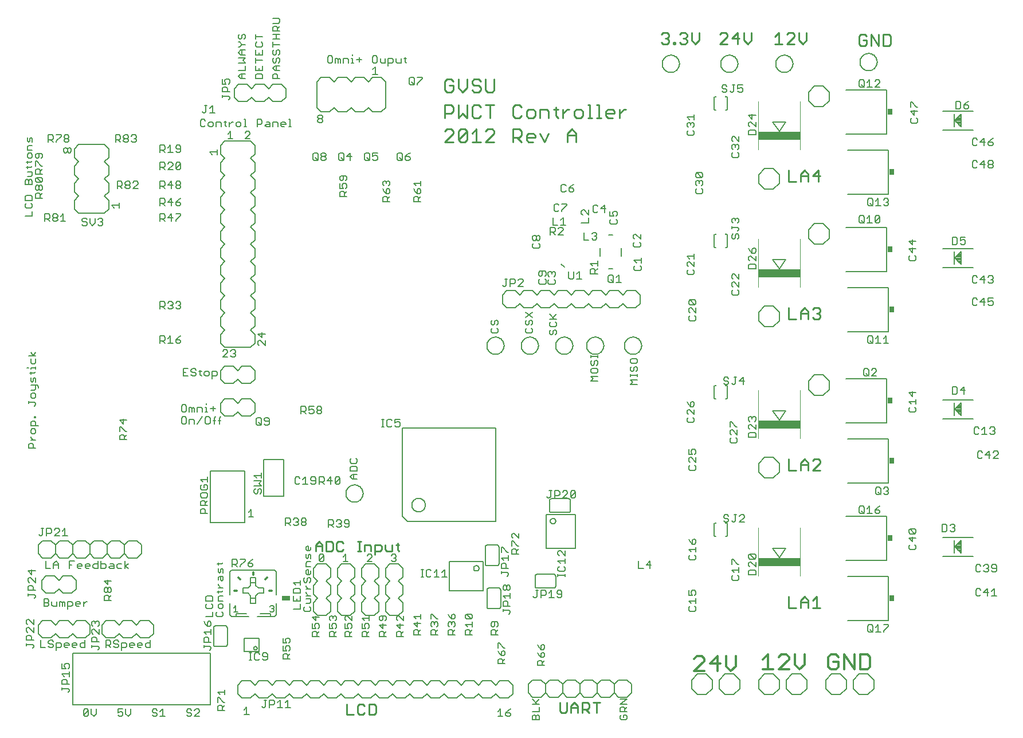
<source format=gto>
G75*
G70*
%OFA0B0*%
%FSLAX24Y24*%
%IPPOS*%
%LPD*%
%AMOC8*
5,1,8,0,0,1.08239X$1,22.5*
%
%ADD10C,0.0070*%
%ADD11C,0.0090*%
%ADD12C,0.0130*%
%ADD13C,0.0100*%
%ADD14C,0.0110*%
%ADD15C,0.0080*%
%ADD16R,0.0500X0.0250*%
%ADD17C,0.0060*%
%ADD18C,0.0050*%
%ADD19R,0.0300X0.0340*%
%ADD20C,0.0040*%
%ADD21R,0.2441X0.0492*%
%ADD22C,0.0120*%
D10*
X004266Y003968D02*
X004266Y004111D01*
X004266Y004039D02*
X004625Y004039D01*
X004697Y003968D01*
X004697Y003896D01*
X004625Y003824D01*
X004553Y004285D02*
X004553Y004500D01*
X004482Y004572D01*
X004338Y004572D01*
X004266Y004500D01*
X004266Y004285D01*
X004697Y004285D01*
X004697Y004745D02*
X004697Y005032D01*
X004697Y004888D02*
X004266Y004888D01*
X004410Y004745D01*
X004482Y005205D02*
X004410Y005349D01*
X004410Y005421D01*
X004482Y005492D01*
X004625Y005492D01*
X004697Y005421D01*
X004697Y005277D01*
X004625Y005205D01*
X004482Y005205D02*
X004266Y005205D01*
X004266Y005492D01*
X003937Y006281D02*
X003937Y006711D01*
X004153Y006711D01*
X004224Y006639D01*
X004224Y006496D01*
X004153Y006424D01*
X003937Y006424D01*
X003764Y006496D02*
X003692Y006424D01*
X003549Y006424D01*
X003477Y006496D01*
X003549Y006639D02*
X003692Y006639D01*
X003764Y006568D01*
X003764Y006496D01*
X003549Y006639D02*
X003477Y006711D01*
X003477Y006783D01*
X003549Y006855D01*
X003692Y006855D01*
X003764Y006783D01*
X003304Y006424D02*
X003017Y006424D01*
X003017Y006855D01*
X002627Y006855D02*
X002196Y006855D01*
X002196Y007070D01*
X002268Y007142D01*
X002412Y007142D01*
X002483Y007070D01*
X002483Y006855D01*
X002555Y006609D02*
X002196Y006609D01*
X002196Y006538D02*
X002196Y006681D01*
X002555Y006609D02*
X002627Y006538D01*
X002627Y006466D01*
X002555Y006394D01*
X002627Y007315D02*
X002340Y007602D01*
X002268Y007602D01*
X002196Y007530D01*
X002196Y007387D01*
X002268Y007315D01*
X002627Y007315D02*
X002627Y007602D01*
X002627Y007775D02*
X002340Y008062D01*
X002268Y008062D01*
X002196Y007991D01*
X002196Y007847D01*
X002268Y007775D01*
X002627Y007775D02*
X002627Y008062D01*
X003217Y008824D02*
X003432Y008824D01*
X003504Y008896D01*
X003504Y008968D01*
X003432Y009039D01*
X003217Y009039D01*
X003217Y008824D02*
X003217Y009255D01*
X003432Y009255D01*
X003504Y009183D01*
X003504Y009111D01*
X003432Y009039D01*
X003677Y009111D02*
X003677Y008896D01*
X003749Y008824D01*
X003964Y008824D01*
X003964Y009111D01*
X004137Y009111D02*
X004209Y009111D01*
X004281Y009039D01*
X004353Y009111D01*
X004424Y009039D01*
X004424Y008824D01*
X004281Y008824D02*
X004281Y009039D01*
X004137Y009111D02*
X004137Y008824D01*
X004598Y008824D02*
X004813Y008824D01*
X004885Y008896D01*
X004885Y009039D01*
X004813Y009111D01*
X004598Y009111D01*
X004598Y008681D01*
X005058Y008896D02*
X005058Y009039D01*
X005130Y009111D01*
X005273Y009111D01*
X005345Y009039D01*
X005345Y008968D01*
X005058Y008968D01*
X005058Y008896D02*
X005130Y008824D01*
X005273Y008824D01*
X005519Y008824D02*
X005519Y009111D01*
X005662Y009111D02*
X005734Y009111D01*
X005662Y009111D02*
X005519Y008968D01*
X006716Y009174D02*
X006716Y009389D01*
X006788Y009461D01*
X006932Y009461D01*
X007003Y009389D01*
X007003Y009174D01*
X007003Y009318D02*
X007147Y009461D01*
X007075Y009635D02*
X007003Y009635D01*
X006932Y009706D01*
X006932Y009850D01*
X007003Y009922D01*
X007075Y009922D01*
X007147Y009850D01*
X007147Y009706D01*
X007075Y009635D01*
X006932Y009706D02*
X006860Y009635D01*
X006788Y009635D01*
X006716Y009706D01*
X006716Y009850D01*
X006788Y009922D01*
X006860Y009922D01*
X006932Y009850D01*
X006932Y010095D02*
X006932Y010382D01*
X007147Y010310D02*
X006716Y010310D01*
X006932Y010095D01*
X007071Y011024D02*
X007000Y011096D01*
X007071Y011168D01*
X007286Y011168D01*
X007286Y011239D02*
X007286Y011024D01*
X007071Y011024D01*
X006826Y011096D02*
X006754Y011024D01*
X006539Y011024D01*
X006539Y011455D01*
X006539Y011311D02*
X006754Y011311D01*
X006826Y011239D01*
X006826Y011096D01*
X007071Y011311D02*
X007215Y011311D01*
X007286Y011239D01*
X007460Y011239D02*
X007460Y011096D01*
X007532Y011024D01*
X007747Y011024D01*
X007920Y011024D02*
X007920Y011455D01*
X007747Y011311D02*
X007532Y011311D01*
X007460Y011239D01*
X007920Y011168D02*
X008135Y011024D01*
X007920Y011168D02*
X008135Y011311D01*
X006366Y011311D02*
X006151Y011311D01*
X006079Y011239D01*
X006079Y011096D01*
X006151Y011024D01*
X006366Y011024D01*
X006366Y011455D01*
X005905Y011239D02*
X005905Y011168D01*
X005619Y011168D01*
X005619Y011239D02*
X005690Y011311D01*
X005834Y011311D01*
X005905Y011239D01*
X005834Y011024D02*
X005690Y011024D01*
X005619Y011096D01*
X005619Y011239D01*
X005445Y011239D02*
X005445Y011168D01*
X005158Y011168D01*
X005158Y011239D02*
X005230Y011311D01*
X005373Y011311D01*
X005445Y011239D01*
X005373Y011024D02*
X005230Y011024D01*
X005158Y011096D01*
X005158Y011239D01*
X004985Y011455D02*
X004698Y011455D01*
X004698Y011024D01*
X004698Y011239D02*
X004841Y011239D01*
X004064Y011239D02*
X003777Y011239D01*
X003777Y011311D02*
X003921Y011455D01*
X004064Y011311D01*
X004064Y011024D01*
X003777Y011024D02*
X003777Y011311D01*
X003604Y011024D02*
X003317Y011024D01*
X003317Y011455D01*
X002727Y010891D02*
X002296Y010891D01*
X002512Y010675D01*
X002512Y010962D01*
X002440Y010502D02*
X002368Y010502D01*
X002296Y010430D01*
X002296Y010287D01*
X002368Y010215D01*
X002368Y010042D02*
X002512Y010042D01*
X002583Y009970D01*
X002583Y009755D01*
X002727Y009755D02*
X002296Y009755D01*
X002296Y009970D01*
X002368Y010042D01*
X002727Y010215D02*
X002440Y010502D01*
X002727Y010502D02*
X002727Y010215D01*
X002655Y009509D02*
X002296Y009509D01*
X002296Y009438D02*
X002296Y009581D01*
X002655Y009509D02*
X002727Y009438D01*
X002727Y009366D01*
X002655Y009294D01*
X004469Y006711D02*
X004613Y006711D01*
X004685Y006639D01*
X004685Y006568D01*
X004398Y006568D01*
X004398Y006639D02*
X004469Y006711D01*
X004398Y006639D02*
X004398Y006496D01*
X004469Y006424D01*
X004613Y006424D01*
X004858Y006496D02*
X004858Y006639D01*
X004930Y006711D01*
X005073Y006711D01*
X005145Y006639D01*
X005145Y006568D01*
X004858Y006568D01*
X004858Y006496D02*
X004930Y006424D01*
X005073Y006424D01*
X005319Y006496D02*
X005319Y006639D01*
X005390Y006711D01*
X005605Y006711D01*
X005605Y006855D02*
X005605Y006424D01*
X005390Y006424D01*
X005319Y006496D01*
X005996Y006509D02*
X006355Y006509D01*
X006427Y006438D01*
X006427Y006366D01*
X006355Y006294D01*
X005996Y006438D02*
X005996Y006581D01*
X005996Y006755D02*
X005996Y006970D01*
X006068Y007042D01*
X006212Y007042D01*
X006283Y006970D01*
X006283Y006755D01*
X006427Y006755D02*
X005996Y006755D01*
X006068Y007215D02*
X005996Y007287D01*
X005996Y007430D01*
X006068Y007502D01*
X006140Y007502D01*
X006427Y007215D01*
X006427Y007502D01*
X006355Y007675D02*
X006427Y007747D01*
X006427Y007891D01*
X006355Y007962D01*
X006283Y007962D01*
X006212Y007891D01*
X006212Y007819D01*
X006212Y007891D02*
X006140Y007962D01*
X006068Y007962D01*
X005996Y007891D01*
X005996Y007747D01*
X006068Y007675D01*
X006817Y006855D02*
X007032Y006855D01*
X007104Y006783D01*
X007104Y006639D01*
X007032Y006568D01*
X006817Y006568D01*
X006960Y006568D02*
X007104Y006424D01*
X007277Y006496D02*
X007349Y006424D01*
X007492Y006424D01*
X007564Y006496D01*
X007564Y006568D01*
X007492Y006639D01*
X007349Y006639D01*
X007277Y006711D01*
X007277Y006783D01*
X007349Y006855D01*
X007492Y006855D01*
X007564Y006783D01*
X007737Y006711D02*
X007953Y006711D01*
X008024Y006639D01*
X008024Y006496D01*
X007953Y006424D01*
X007737Y006424D01*
X007737Y006281D02*
X007737Y006711D01*
X008198Y006639D02*
X008269Y006711D01*
X008413Y006711D01*
X008485Y006639D01*
X008485Y006568D01*
X008198Y006568D01*
X008198Y006639D02*
X008198Y006496D01*
X008269Y006424D01*
X008413Y006424D01*
X008658Y006496D02*
X008658Y006639D01*
X008730Y006711D01*
X008873Y006711D01*
X008945Y006639D01*
X008945Y006568D01*
X008658Y006568D01*
X008658Y006496D02*
X008730Y006424D01*
X008873Y006424D01*
X009119Y006496D02*
X009119Y006639D01*
X009190Y006711D01*
X009405Y006711D01*
X009405Y006855D02*
X009405Y006424D01*
X009190Y006424D01*
X009119Y006496D01*
X006817Y006424D02*
X006817Y006855D01*
X006716Y009174D02*
X007147Y009174D01*
X004585Y012924D02*
X004298Y012924D01*
X004441Y012924D02*
X004441Y013355D01*
X004298Y013211D01*
X004124Y013211D02*
X004124Y013283D01*
X004053Y013355D01*
X003909Y013355D01*
X003837Y013283D01*
X003664Y013283D02*
X003664Y013139D01*
X003592Y013068D01*
X003377Y013068D01*
X003377Y012924D02*
X003377Y013355D01*
X003592Y013355D01*
X003664Y013283D01*
X003837Y012924D02*
X004124Y013211D01*
X004124Y012924D02*
X003837Y012924D01*
X003132Y012996D02*
X003132Y013355D01*
X003060Y013355D02*
X003204Y013355D01*
X003132Y012996D02*
X003060Y012924D01*
X002988Y012924D01*
X002917Y012996D01*
X002747Y018024D02*
X002316Y018024D01*
X002316Y018239D01*
X002388Y018311D01*
X002532Y018311D01*
X002603Y018239D01*
X002603Y018024D01*
X002603Y018485D02*
X002460Y018628D01*
X002460Y018700D01*
X002532Y018868D02*
X002675Y018868D01*
X002747Y018940D01*
X002747Y019083D01*
X002675Y019155D01*
X002532Y019155D01*
X002460Y019083D01*
X002460Y018940D01*
X002532Y018868D01*
X002460Y018485D02*
X002747Y018485D01*
X002747Y019329D02*
X002747Y019544D01*
X002675Y019616D01*
X002532Y019616D01*
X002460Y019544D01*
X002460Y019329D01*
X002890Y019329D01*
X002747Y019789D02*
X002747Y019861D01*
X002675Y019861D01*
X002675Y019789D01*
X002747Y019789D01*
X002675Y020479D02*
X002747Y020551D01*
X002747Y020623D01*
X002675Y020695D01*
X002316Y020695D01*
X002316Y020766D02*
X002316Y020623D01*
X002532Y020940D02*
X002675Y020940D01*
X002747Y021012D01*
X002747Y021155D01*
X002675Y021227D01*
X002532Y021227D01*
X002460Y021155D01*
X002460Y021012D01*
X002532Y020940D01*
X002460Y021400D02*
X002675Y021400D01*
X002747Y021472D01*
X002747Y021687D01*
X002818Y021687D02*
X002890Y021615D01*
X002890Y021544D01*
X002818Y021687D02*
X002460Y021687D01*
X002532Y021861D02*
X002460Y021932D01*
X002460Y022147D01*
X002603Y022076D02*
X002603Y021932D01*
X002532Y021861D01*
X002747Y021861D02*
X002747Y022076D01*
X002675Y022147D01*
X002603Y022076D01*
X002460Y022321D02*
X002460Y022464D01*
X002388Y022393D02*
X002675Y022393D01*
X002747Y022464D01*
X002747Y022628D02*
X002747Y022771D01*
X002747Y022699D02*
X002460Y022699D01*
X002460Y022628D01*
X002316Y022699D02*
X002245Y022699D01*
X002532Y022935D02*
X002675Y022935D01*
X002747Y023006D01*
X002747Y023222D01*
X002747Y023395D02*
X002316Y023395D01*
X002460Y023222D02*
X002460Y023006D01*
X002532Y022935D01*
X002603Y023395D02*
X002460Y023610D01*
X002603Y023395D02*
X002747Y023610D01*
X007616Y019660D02*
X007832Y019445D01*
X007832Y019732D01*
X008047Y019660D02*
X007616Y019660D01*
X007616Y019272D02*
X007688Y019272D01*
X007975Y018985D01*
X008047Y018985D01*
X008047Y018811D02*
X007903Y018668D01*
X007903Y018739D02*
X007903Y018524D01*
X008047Y018524D02*
X007616Y018524D01*
X007616Y018739D01*
X007688Y018811D01*
X007832Y018811D01*
X007903Y018739D01*
X007616Y018985D02*
X007616Y019272D01*
X011217Y019496D02*
X011288Y019424D01*
X011432Y019424D01*
X011504Y019496D01*
X011504Y019783D01*
X011432Y019855D01*
X011288Y019855D01*
X011217Y019783D01*
X011217Y019496D01*
X011677Y019424D02*
X011677Y019711D01*
X011892Y019711D01*
X011964Y019639D01*
X011964Y019424D01*
X012137Y019424D02*
X012424Y019855D01*
X012598Y019783D02*
X012598Y019496D01*
X012669Y019424D01*
X012813Y019424D01*
X012885Y019496D01*
X012885Y019783D01*
X012813Y019855D01*
X012669Y019855D01*
X012598Y019783D01*
X012598Y020124D02*
X012741Y020124D01*
X012669Y020124D02*
X012669Y020411D01*
X012598Y020411D01*
X012669Y020555D02*
X012669Y020626D01*
X012905Y020339D02*
X013192Y020339D01*
X013048Y020196D02*
X013048Y020483D01*
X012424Y020339D02*
X012424Y020124D01*
X012424Y020339D02*
X012353Y020411D01*
X012137Y020411D01*
X012137Y020124D01*
X011964Y020124D02*
X011964Y020339D01*
X011892Y020411D01*
X011821Y020339D01*
X011821Y020124D01*
X011677Y020124D02*
X011677Y020411D01*
X011749Y020411D01*
X011821Y020339D01*
X011504Y020196D02*
X011504Y020483D01*
X011432Y020555D01*
X011288Y020555D01*
X011217Y020483D01*
X011217Y020196D01*
X011288Y020124D01*
X011432Y020124D01*
X011504Y020196D01*
X013058Y019639D02*
X013202Y019639D01*
X013130Y019783D02*
X013202Y019855D01*
X013130Y019783D02*
X013130Y019424D01*
X013437Y019424D02*
X013437Y019783D01*
X013508Y019855D01*
X013508Y019639D02*
X013365Y019639D01*
X015567Y019733D02*
X015567Y019446D01*
X015638Y019374D01*
X015782Y019374D01*
X015854Y019446D01*
X015854Y019733D01*
X015782Y019805D01*
X015638Y019805D01*
X015567Y019733D01*
X015710Y019518D02*
X015854Y019374D01*
X016027Y019446D02*
X016099Y019374D01*
X016242Y019374D01*
X016314Y019446D01*
X016314Y019733D01*
X016242Y019805D01*
X016099Y019805D01*
X016027Y019733D01*
X016027Y019661D01*
X016099Y019589D01*
X016314Y019589D01*
X018167Y020024D02*
X018167Y020455D01*
X018382Y020455D01*
X018454Y020383D01*
X018454Y020239D01*
X018382Y020168D01*
X018167Y020168D01*
X018310Y020168D02*
X018454Y020024D01*
X018627Y020096D02*
X018699Y020024D01*
X018842Y020024D01*
X018914Y020096D01*
X018914Y020239D01*
X018842Y020311D01*
X018771Y020311D01*
X018627Y020239D01*
X018627Y020455D01*
X018914Y020455D01*
X019087Y020383D02*
X019159Y020455D01*
X019303Y020455D01*
X019374Y020383D01*
X019374Y020311D01*
X019303Y020239D01*
X019159Y020239D01*
X019087Y020311D01*
X019087Y020383D01*
X019159Y020239D02*
X019087Y020168D01*
X019087Y020096D01*
X019159Y020024D01*
X019303Y020024D01*
X019374Y020096D01*
X019374Y020168D01*
X019303Y020239D01*
X021088Y017432D02*
X021016Y017360D01*
X021016Y017217D01*
X021088Y017145D01*
X021375Y017145D01*
X021447Y017217D01*
X021447Y017360D01*
X021375Y017432D01*
X021375Y016972D02*
X021088Y016972D01*
X021016Y016900D01*
X021016Y016685D01*
X021447Y016685D01*
X021447Y016900D01*
X021375Y016972D01*
X021447Y016511D02*
X021160Y016511D01*
X021016Y016368D01*
X021160Y016224D01*
X021447Y016224D01*
X021232Y016224D02*
X021232Y016511D01*
X020443Y016283D02*
X020156Y015996D01*
X020228Y015924D01*
X020371Y015924D01*
X020443Y015996D01*
X020443Y016283D01*
X020371Y016355D01*
X020228Y016355D01*
X020156Y016283D01*
X020156Y015996D01*
X019983Y016139D02*
X019696Y016139D01*
X019911Y016355D01*
X019911Y015924D01*
X019522Y015924D02*
X019379Y016068D01*
X019451Y016068D02*
X019236Y016068D01*
X019236Y015924D02*
X019236Y016355D01*
X019451Y016355D01*
X019522Y016283D01*
X019522Y016139D01*
X019451Y016068D01*
X019024Y016139D02*
X018809Y016139D01*
X018737Y016211D01*
X018737Y016283D01*
X018809Y016355D01*
X018953Y016355D01*
X019024Y016283D01*
X019024Y015996D01*
X018953Y015924D01*
X018809Y015924D01*
X018737Y015996D01*
X018564Y015924D02*
X018277Y015924D01*
X018421Y015924D02*
X018421Y016355D01*
X018277Y016211D01*
X018104Y016283D02*
X018032Y016355D01*
X017888Y016355D01*
X017817Y016283D01*
X017817Y015996D01*
X017888Y015924D01*
X018032Y015924D01*
X018104Y015996D01*
X015877Y016127D02*
X015447Y016127D01*
X015591Y016300D02*
X015447Y016444D01*
X015877Y016444D01*
X015877Y016587D02*
X015877Y016300D01*
X015877Y016127D02*
X015734Y015983D01*
X015877Y015840D01*
X015447Y015840D01*
X015519Y015666D02*
X015447Y015595D01*
X015447Y015451D01*
X015519Y015379D01*
X015591Y015379D01*
X015662Y015451D01*
X015662Y015595D01*
X015734Y015666D01*
X015806Y015666D01*
X015877Y015595D01*
X015877Y015451D01*
X015806Y015379D01*
X015260Y014455D02*
X015260Y014024D01*
X015117Y014024D02*
X015404Y014024D01*
X015117Y014311D02*
X015260Y014455D01*
X017267Y013955D02*
X017267Y013524D01*
X017267Y013668D02*
X017482Y013668D01*
X017554Y013739D01*
X017554Y013883D01*
X017482Y013955D01*
X017267Y013955D01*
X017410Y013668D02*
X017554Y013524D01*
X017727Y013596D02*
X017799Y013524D01*
X017942Y013524D01*
X018014Y013596D01*
X018014Y013668D01*
X017942Y013739D01*
X017871Y013739D01*
X017942Y013739D02*
X018014Y013811D01*
X018014Y013883D01*
X017942Y013955D01*
X017799Y013955D01*
X017727Y013883D01*
X018187Y013883D02*
X018187Y013811D01*
X018259Y013739D01*
X018403Y013739D01*
X018474Y013668D01*
X018474Y013596D01*
X018403Y013524D01*
X018259Y013524D01*
X018187Y013596D01*
X018187Y013668D01*
X018259Y013739D01*
X018403Y013739D02*
X018474Y013811D01*
X018474Y013883D01*
X018403Y013955D01*
X018259Y013955D01*
X018187Y013883D01*
X019767Y013855D02*
X019767Y013424D01*
X019767Y013568D02*
X019982Y013568D01*
X020054Y013639D01*
X020054Y013783D01*
X019982Y013855D01*
X019767Y013855D01*
X019910Y013568D02*
X020054Y013424D01*
X020227Y013496D02*
X020299Y013424D01*
X020442Y013424D01*
X020514Y013496D01*
X020514Y013568D01*
X020442Y013639D01*
X020371Y013639D01*
X020442Y013639D02*
X020514Y013711D01*
X020514Y013783D01*
X020442Y013855D01*
X020299Y013855D01*
X020227Y013783D01*
X020687Y013783D02*
X020687Y013711D01*
X020759Y013639D01*
X020974Y013639D01*
X020974Y013496D02*
X020974Y013783D01*
X020903Y013855D01*
X020759Y013855D01*
X020687Y013783D01*
X020687Y013496D02*
X020759Y013424D01*
X020903Y013424D01*
X020974Y013496D01*
X018747Y012269D02*
X018747Y012125D01*
X018675Y012054D01*
X018532Y012054D01*
X018460Y012125D01*
X018460Y012269D01*
X018532Y012341D01*
X018603Y012341D01*
X018603Y012054D01*
X018675Y011880D02*
X018603Y011808D01*
X018603Y011665D01*
X018532Y011593D01*
X018460Y011665D01*
X018460Y011880D01*
X018675Y011880D02*
X018747Y011808D01*
X018747Y011593D01*
X018747Y011420D02*
X018532Y011420D01*
X018460Y011348D01*
X018460Y011133D01*
X018747Y011133D01*
X018603Y010959D02*
X018603Y010673D01*
X018532Y010673D02*
X018460Y010744D01*
X018460Y010888D01*
X018532Y010959D01*
X018603Y010959D01*
X018747Y010888D02*
X018747Y010744D01*
X018675Y010673D01*
X018532Y010673D01*
X018603Y010499D02*
X018675Y010499D01*
X018747Y010427D01*
X018747Y010284D01*
X018675Y010212D01*
X018532Y010284D02*
X018532Y010427D01*
X018603Y010499D01*
X018388Y010499D02*
X018316Y010427D01*
X018316Y010284D01*
X018388Y010212D01*
X018460Y010212D01*
X018532Y010284D01*
X018460Y010044D02*
X018460Y009972D01*
X018603Y009829D01*
X018460Y009829D02*
X018747Y009829D01*
X018460Y009660D02*
X018460Y009588D01*
X018603Y009445D01*
X018460Y009445D02*
X018747Y009445D01*
X018747Y009272D02*
X018460Y009272D01*
X018747Y009272D02*
X018747Y009056D01*
X018675Y008985D01*
X018460Y008985D01*
X018388Y008811D02*
X018316Y008739D01*
X018316Y008596D01*
X018388Y008524D01*
X018675Y008524D01*
X018747Y008596D01*
X018747Y008739D01*
X018675Y008811D01*
X018147Y008674D02*
X018147Y008961D01*
X018147Y009135D02*
X018147Y009422D01*
X018147Y009595D02*
X018147Y009810D01*
X018075Y009882D01*
X017788Y009882D01*
X017716Y009810D01*
X017716Y009595D01*
X018147Y009595D01*
X017932Y009278D02*
X017932Y009135D01*
X018147Y009135D02*
X017716Y009135D01*
X017716Y009422D01*
X017860Y010055D02*
X017716Y010199D01*
X018147Y010199D01*
X018147Y010342D02*
X018147Y010055D01*
X018147Y008674D02*
X017716Y008674D01*
X018816Y008210D02*
X019032Y007995D01*
X019032Y008282D01*
X019247Y008210D02*
X018816Y008210D01*
X018816Y007822D02*
X018816Y007535D01*
X019032Y007535D01*
X018960Y007678D01*
X018960Y007750D01*
X019032Y007822D01*
X019175Y007822D01*
X019247Y007750D01*
X019247Y007606D01*
X019175Y007535D01*
X019247Y007361D02*
X019103Y007218D01*
X019103Y007289D02*
X019103Y007074D01*
X019247Y007074D02*
X018816Y007074D01*
X018816Y007289D01*
X018888Y007361D01*
X019032Y007361D01*
X019103Y007289D01*
X019816Y007289D02*
X019816Y007074D01*
X020247Y007074D01*
X020103Y007074D02*
X020103Y007289D01*
X020032Y007361D01*
X019888Y007361D01*
X019816Y007289D01*
X019816Y007535D02*
X020032Y007535D01*
X019960Y007678D01*
X019960Y007750D01*
X020032Y007822D01*
X020175Y007822D01*
X020247Y007750D01*
X020247Y007606D01*
X020175Y007535D01*
X020247Y007361D02*
X020103Y007218D01*
X019816Y007535D02*
X019816Y007822D01*
X019888Y007995D02*
X019816Y008067D01*
X019816Y008210D01*
X019888Y008282D01*
X019960Y008282D01*
X020032Y008210D01*
X020103Y008282D01*
X020175Y008282D01*
X020247Y008210D01*
X020247Y008067D01*
X020175Y007995D01*
X020032Y008138D02*
X020032Y008210D01*
X020716Y008210D02*
X020716Y008067D01*
X020788Y007995D01*
X020716Y007822D02*
X020716Y007535D01*
X020932Y007535D01*
X020860Y007678D01*
X020860Y007750D01*
X020932Y007822D01*
X021075Y007822D01*
X021147Y007750D01*
X021147Y007606D01*
X021075Y007535D01*
X021147Y007361D02*
X021003Y007218D01*
X021003Y007289D02*
X021003Y007074D01*
X021147Y007074D02*
X020716Y007074D01*
X020716Y007289D01*
X020788Y007361D01*
X020932Y007361D01*
X021003Y007289D01*
X021716Y007289D02*
X021716Y007074D01*
X022147Y007074D01*
X022003Y007074D02*
X022003Y007289D01*
X021932Y007361D01*
X021788Y007361D01*
X021716Y007289D01*
X021716Y007535D02*
X021932Y007535D01*
X021860Y007678D01*
X021860Y007750D01*
X021932Y007822D01*
X022075Y007822D01*
X022147Y007750D01*
X022147Y007606D01*
X022075Y007535D01*
X022147Y007361D02*
X022003Y007218D01*
X021716Y007535D02*
X021716Y007822D01*
X021860Y007995D02*
X021716Y008138D01*
X022147Y008138D01*
X022147Y007995D02*
X022147Y008282D01*
X022716Y008210D02*
X022716Y008067D01*
X022788Y007995D01*
X022860Y007995D01*
X022932Y008067D01*
X022932Y008282D01*
X023075Y008282D02*
X022788Y008282D01*
X022716Y008210D01*
X023075Y008282D02*
X023147Y008210D01*
X023147Y008067D01*
X023075Y007995D01*
X022932Y007822D02*
X022932Y007535D01*
X022716Y007750D01*
X023147Y007750D01*
X023147Y007361D02*
X023003Y007218D01*
X023003Y007289D02*
X023003Y007074D01*
X023147Y007074D02*
X022716Y007074D01*
X022716Y007289D01*
X022788Y007361D01*
X022932Y007361D01*
X023003Y007289D01*
X023716Y007289D02*
X023716Y007074D01*
X024147Y007074D01*
X024003Y007074D02*
X024003Y007289D01*
X023932Y007361D01*
X023788Y007361D01*
X023716Y007289D01*
X024003Y007218D02*
X024147Y007361D01*
X023932Y007535D02*
X023932Y007822D01*
X023788Y007995D02*
X023716Y008067D01*
X023716Y008210D01*
X023788Y008282D01*
X023860Y008282D01*
X024147Y007995D01*
X024147Y008282D01*
X024147Y007750D02*
X023716Y007750D01*
X023932Y007535D01*
X024716Y007389D02*
X024788Y007461D01*
X024932Y007461D01*
X025003Y007389D01*
X025003Y007174D01*
X025003Y007318D02*
X025147Y007461D01*
X024932Y007635D02*
X024716Y007850D01*
X025147Y007850D01*
X024932Y007922D02*
X024932Y007635D01*
X024716Y007389D02*
X024716Y007174D01*
X025147Y007174D01*
X025716Y007174D02*
X025716Y007389D01*
X025788Y007461D01*
X025932Y007461D01*
X026003Y007389D01*
X026003Y007174D01*
X026003Y007318D02*
X026147Y007461D01*
X026075Y007635D02*
X026147Y007706D01*
X026147Y007850D01*
X026075Y007922D01*
X026003Y007922D01*
X025932Y007850D01*
X025932Y007778D01*
X025932Y007850D02*
X025860Y007922D01*
X025788Y007922D01*
X025716Y007850D01*
X025716Y007706D01*
X025788Y007635D01*
X025716Y008095D02*
X025716Y008382D01*
X025788Y008382D01*
X026075Y008095D01*
X026147Y008095D01*
X026716Y007850D02*
X026788Y007922D01*
X026860Y007922D01*
X026932Y007850D01*
X027003Y007922D01*
X027075Y007922D01*
X027147Y007850D01*
X027147Y007706D01*
X027075Y007635D01*
X027147Y007461D02*
X027003Y007318D01*
X027003Y007389D02*
X027003Y007174D01*
X027147Y007174D02*
X026716Y007174D01*
X026716Y007389D01*
X026788Y007461D01*
X026932Y007461D01*
X027003Y007389D01*
X026788Y007635D02*
X026716Y007706D01*
X026716Y007850D01*
X026932Y007850D02*
X026932Y007778D01*
X026932Y008095D02*
X026932Y008310D01*
X027003Y008382D01*
X027075Y008382D01*
X027147Y008310D01*
X027147Y008167D01*
X027075Y008095D01*
X026932Y008095D01*
X026788Y008238D01*
X026716Y008382D01*
X027716Y008310D02*
X027788Y008382D01*
X028075Y008095D01*
X028147Y008167D01*
X028147Y008310D01*
X028075Y008382D01*
X027788Y008382D01*
X027716Y008310D02*
X027716Y008167D01*
X027788Y008095D01*
X028075Y008095D01*
X028147Y007922D02*
X028147Y007635D01*
X028147Y007778D02*
X027716Y007778D01*
X027860Y007635D01*
X027932Y007461D02*
X028003Y007389D01*
X028003Y007174D01*
X028003Y007318D02*
X028147Y007461D01*
X027932Y007461D02*
X027788Y007461D01*
X027716Y007389D01*
X027716Y007174D01*
X028147Y007174D01*
X029216Y007174D02*
X029216Y007389D01*
X029288Y007461D01*
X029432Y007461D01*
X029503Y007389D01*
X029503Y007174D01*
X029503Y007318D02*
X029647Y007461D01*
X029575Y007635D02*
X029647Y007706D01*
X029647Y007850D01*
X029575Y007922D01*
X029288Y007922D01*
X029216Y007850D01*
X029216Y007706D01*
X029288Y007635D01*
X029360Y007635D01*
X029432Y007706D01*
X029432Y007922D01*
X029647Y007174D02*
X029216Y007174D01*
X029616Y006701D02*
X029688Y006701D01*
X029975Y006414D01*
X030047Y006414D01*
X029975Y006240D02*
X029903Y006240D01*
X029832Y006169D01*
X029832Y005954D01*
X029975Y005954D01*
X030047Y006025D01*
X030047Y006169D01*
X029975Y006240D01*
X029832Y005954D02*
X029688Y006097D01*
X029616Y006240D01*
X029616Y006414D02*
X029616Y006701D01*
X029688Y005780D02*
X029832Y005780D01*
X029903Y005708D01*
X029903Y005493D01*
X029903Y005637D02*
X030047Y005780D01*
X030047Y005493D02*
X029616Y005493D01*
X029616Y005708D01*
X029688Y005780D01*
X031916Y005608D02*
X031988Y005680D01*
X032132Y005680D01*
X032203Y005608D01*
X032203Y005393D01*
X032203Y005537D02*
X032347Y005680D01*
X032275Y005854D02*
X032347Y005925D01*
X032347Y006069D01*
X032275Y006140D01*
X032203Y006140D01*
X032132Y006069D01*
X032132Y005854D01*
X032275Y005854D01*
X032132Y005854D02*
X031988Y005997D01*
X031916Y006140D01*
X032132Y006314D02*
X031988Y006457D01*
X031916Y006601D01*
X032132Y006529D02*
X032132Y006314D01*
X032275Y006314D01*
X032347Y006386D01*
X032347Y006529D01*
X032275Y006601D01*
X032203Y006601D01*
X032132Y006529D01*
X031916Y005608D02*
X031916Y005393D01*
X032347Y005393D01*
X032047Y003432D02*
X031832Y003217D01*
X031903Y003145D02*
X031616Y003432D01*
X031616Y003145D02*
X032047Y003145D01*
X032047Y002972D02*
X032047Y002685D01*
X031616Y002685D01*
X031688Y002511D02*
X031760Y002511D01*
X031832Y002439D01*
X031832Y002224D01*
X032047Y002224D02*
X031616Y002224D01*
X031616Y002439D01*
X031688Y002511D01*
X031832Y002439D02*
X031903Y002511D01*
X031975Y002511D01*
X032047Y002439D01*
X032047Y002224D01*
X030364Y002496D02*
X030364Y002568D01*
X030292Y002639D01*
X030077Y002639D01*
X030077Y002496D01*
X030149Y002424D01*
X030292Y002424D01*
X030364Y002496D01*
X030221Y002783D02*
X030077Y002639D01*
X030221Y002783D02*
X030364Y002855D01*
X029760Y002855D02*
X029760Y002424D01*
X029617Y002424D02*
X029904Y002424D01*
X029617Y002711D02*
X029760Y002855D01*
X026147Y007174D02*
X025716Y007174D01*
X025147Y008095D02*
X025147Y008382D01*
X025147Y008238D02*
X024716Y008238D01*
X024860Y008095D01*
X025148Y010527D02*
X025291Y010527D01*
X025219Y010527D02*
X025219Y010958D01*
X025148Y010958D02*
X025291Y010958D01*
X025454Y010886D02*
X025454Y010599D01*
X025526Y010527D01*
X025670Y010527D01*
X025741Y010599D01*
X025915Y010527D02*
X026202Y010527D01*
X026058Y010527D02*
X026058Y010958D01*
X025915Y010814D01*
X025741Y010886D02*
X025670Y010958D01*
X025526Y010958D01*
X025454Y010886D01*
X026375Y010814D02*
X026519Y010958D01*
X026519Y010527D01*
X026662Y010527D02*
X026375Y010527D01*
X023704Y011496D02*
X023632Y011424D01*
X023488Y011424D01*
X023417Y011496D01*
X023560Y011639D02*
X023632Y011639D01*
X023704Y011568D01*
X023704Y011496D01*
X023632Y011639D02*
X023704Y011711D01*
X023704Y011783D01*
X023632Y011855D01*
X023488Y011855D01*
X023417Y011783D01*
X022304Y011783D02*
X022232Y011855D01*
X022088Y011855D01*
X022017Y011783D01*
X022304Y011783D02*
X022304Y011711D01*
X022017Y011424D01*
X022304Y011424D01*
X020904Y011424D02*
X020617Y011424D01*
X020760Y011424D02*
X020760Y011855D01*
X020617Y011711D01*
X019504Y011783D02*
X019504Y011496D01*
X019432Y011424D01*
X019288Y011424D01*
X019217Y011496D01*
X019504Y011783D01*
X019432Y011855D01*
X019288Y011855D01*
X019217Y011783D01*
X019217Y011496D01*
X015374Y011555D02*
X015231Y011483D01*
X015087Y011339D01*
X015303Y011339D01*
X015374Y011268D01*
X015374Y011196D01*
X015303Y011124D01*
X015159Y011124D01*
X015087Y011196D01*
X015087Y011339D01*
X014914Y011483D02*
X014627Y011196D01*
X014627Y011124D01*
X014454Y011124D02*
X014310Y011268D01*
X014382Y011268D02*
X014167Y011268D01*
X014167Y011124D02*
X014167Y011555D01*
X014382Y011555D01*
X014454Y011483D01*
X014454Y011339D01*
X014382Y011268D01*
X014627Y011555D02*
X014914Y011555D01*
X014914Y011483D01*
X013647Y011360D02*
X013575Y011288D01*
X013288Y011288D01*
X013360Y011217D02*
X013360Y011360D01*
X013360Y011043D02*
X013360Y010828D01*
X013432Y010756D01*
X013503Y010828D01*
X013503Y010971D01*
X013575Y011043D01*
X013647Y010971D01*
X013647Y010756D01*
X013647Y010583D02*
X013647Y010368D01*
X013575Y010296D01*
X013503Y010368D01*
X013503Y010583D01*
X013432Y010583D02*
X013647Y010583D01*
X013432Y010583D02*
X013360Y010511D01*
X013360Y010368D01*
X013360Y010127D02*
X013360Y010056D01*
X013503Y009912D01*
X013360Y009912D02*
X013647Y009912D01*
X013647Y009749D02*
X013575Y009677D01*
X013288Y009677D01*
X013360Y009605D02*
X013360Y009749D01*
X013432Y009432D02*
X013647Y009432D01*
X013432Y009432D02*
X013360Y009360D01*
X013360Y009145D01*
X013647Y009145D01*
X013575Y008972D02*
X013432Y008972D01*
X013360Y008900D01*
X013360Y008756D01*
X013432Y008685D01*
X013575Y008685D01*
X013647Y008756D01*
X013647Y008900D01*
X013575Y008972D01*
X013575Y008511D02*
X013647Y008439D01*
X013647Y008296D01*
X013575Y008224D01*
X013288Y008224D01*
X013216Y008296D01*
X013216Y008439D01*
X013288Y008511D01*
X013047Y008511D02*
X013047Y008224D01*
X012616Y008224D01*
X012516Y007951D02*
X012588Y007807D01*
X012732Y007664D01*
X012732Y007879D01*
X012803Y007951D01*
X012875Y007951D01*
X012947Y007879D01*
X012947Y007736D01*
X012875Y007664D01*
X012732Y007664D01*
X012947Y007490D02*
X012947Y007203D01*
X012947Y007347D02*
X012516Y007347D01*
X012660Y007203D01*
X012588Y007030D02*
X012732Y007030D01*
X012803Y006958D01*
X012803Y006743D01*
X012947Y006743D02*
X012516Y006743D01*
X012516Y006958D01*
X012588Y007030D01*
X012516Y006570D02*
X012516Y006426D01*
X012516Y006498D02*
X012875Y006498D01*
X012947Y006426D01*
X012947Y006354D01*
X012875Y006283D01*
X015165Y006118D02*
X015308Y006118D01*
X015236Y006118D02*
X015236Y005688D01*
X015165Y005688D02*
X015308Y005688D01*
X015472Y005760D02*
X015543Y005688D01*
X015687Y005688D01*
X015758Y005760D01*
X015932Y005760D02*
X016004Y005688D01*
X016147Y005688D01*
X016219Y005760D01*
X016219Y006047D01*
X016147Y006118D01*
X016004Y006118D01*
X015932Y006047D01*
X015932Y005975D01*
X016004Y005903D01*
X016219Y005903D01*
X015758Y006047D02*
X015687Y006118D01*
X015543Y006118D01*
X015472Y006047D01*
X015472Y005760D01*
X017116Y005774D02*
X017116Y005989D01*
X017188Y006061D01*
X017332Y006061D01*
X017403Y005989D01*
X017403Y005774D01*
X017403Y005918D02*
X017547Y006061D01*
X017475Y006235D02*
X017547Y006306D01*
X017547Y006450D01*
X017475Y006522D01*
X017332Y006522D01*
X017260Y006450D01*
X017260Y006378D01*
X017332Y006235D01*
X017116Y006235D01*
X017116Y006522D01*
X017116Y006695D02*
X017332Y006695D01*
X017260Y006838D01*
X017260Y006910D01*
X017332Y006982D01*
X017475Y006982D01*
X017547Y006910D01*
X017547Y006767D01*
X017475Y006695D01*
X017116Y006695D02*
X017116Y006982D01*
X017116Y005774D02*
X017547Y005774D01*
X020716Y008210D02*
X020788Y008282D01*
X020860Y008282D01*
X021147Y007995D01*
X021147Y008282D01*
X017411Y003375D02*
X017411Y002944D01*
X017268Y002944D02*
X017555Y002944D01*
X017268Y003231D02*
X017411Y003375D01*
X016951Y003375D02*
X016951Y002944D01*
X017094Y002944D02*
X016807Y002944D01*
X016634Y003159D02*
X016562Y003088D01*
X016347Y003088D01*
X016347Y002944D02*
X016347Y003375D01*
X016562Y003375D01*
X016634Y003303D01*
X016634Y003159D01*
X016807Y003231D02*
X016951Y003375D01*
X016174Y003375D02*
X016030Y003375D01*
X016102Y003375D02*
X016102Y003016D01*
X016030Y002944D01*
X015958Y002944D01*
X015887Y003016D01*
X015154Y002524D02*
X014867Y002524D01*
X015010Y002524D02*
X015010Y002955D01*
X014867Y002811D01*
X013747Y002774D02*
X013316Y002774D01*
X013316Y002989D01*
X013388Y003061D01*
X013532Y003061D01*
X013603Y002989D01*
X013603Y002774D01*
X013603Y002918D02*
X013747Y003061D01*
X013747Y003235D02*
X013675Y003235D01*
X013388Y003522D01*
X013316Y003522D01*
X013316Y003235D01*
X013460Y003695D02*
X013316Y003838D01*
X013747Y003838D01*
X013747Y003695D02*
X013747Y003982D01*
X012264Y002783D02*
X012192Y002855D01*
X012049Y002855D01*
X011977Y002783D01*
X011804Y002783D02*
X011732Y002855D01*
X011588Y002855D01*
X011517Y002783D01*
X011517Y002711D01*
X011588Y002639D01*
X011732Y002639D01*
X011804Y002568D01*
X011804Y002496D01*
X011732Y002424D01*
X011588Y002424D01*
X011517Y002496D01*
X011977Y002424D02*
X012264Y002711D01*
X012264Y002783D01*
X012264Y002424D02*
X011977Y002424D01*
X010264Y002424D02*
X009977Y002424D01*
X010121Y002424D02*
X010121Y002855D01*
X009977Y002711D01*
X009804Y002783D02*
X009732Y002855D01*
X009588Y002855D01*
X009517Y002783D01*
X009517Y002711D01*
X009588Y002639D01*
X009732Y002639D01*
X009804Y002568D01*
X009804Y002496D01*
X009732Y002424D01*
X009588Y002424D01*
X009517Y002496D01*
X008264Y002568D02*
X008264Y002855D01*
X007977Y002855D02*
X007977Y002568D01*
X008121Y002424D01*
X008264Y002568D01*
X007804Y002639D02*
X007732Y002711D01*
X007660Y002711D01*
X007517Y002639D01*
X007517Y002855D01*
X007804Y002855D01*
X007804Y002639D02*
X007804Y002496D01*
X007732Y002424D01*
X007588Y002424D01*
X007517Y002496D01*
X006264Y002568D02*
X006264Y002855D01*
X005977Y002855D02*
X005977Y002568D01*
X006121Y002424D01*
X006264Y002568D01*
X005804Y002496D02*
X005804Y002783D01*
X005517Y002496D01*
X005588Y002424D01*
X005732Y002424D01*
X005804Y002496D01*
X005804Y002783D02*
X005732Y002855D01*
X005588Y002855D01*
X005517Y002783D01*
X005517Y002496D01*
X012616Y008756D02*
X012688Y008685D01*
X012975Y008685D01*
X013047Y008756D01*
X013047Y008900D01*
X012975Y008972D01*
X013047Y009145D02*
X013047Y009360D01*
X012975Y009432D01*
X012688Y009432D01*
X012616Y009360D01*
X012616Y009145D01*
X013047Y009145D01*
X012688Y008972D02*
X012616Y008900D01*
X012616Y008756D01*
X012603Y014224D02*
X012603Y014439D01*
X012532Y014511D01*
X012388Y014511D01*
X012316Y014439D01*
X012316Y014224D01*
X012747Y014224D01*
X012747Y014685D02*
X012316Y014685D01*
X012316Y014900D01*
X012388Y014972D01*
X012532Y014972D01*
X012603Y014900D01*
X012603Y014685D01*
X012603Y014828D02*
X012747Y014972D01*
X012675Y015145D02*
X012747Y015217D01*
X012747Y015360D01*
X012675Y015432D01*
X012388Y015432D01*
X012316Y015360D01*
X012316Y015217D01*
X012388Y015145D01*
X012675Y015145D01*
X012675Y015605D02*
X012747Y015677D01*
X012747Y015821D01*
X012675Y015892D01*
X012532Y015892D01*
X012532Y015749D01*
X012675Y015605D02*
X012388Y015605D01*
X012316Y015677D01*
X012316Y015821D01*
X012388Y015892D01*
X012460Y016066D02*
X012316Y016209D01*
X012747Y016209D01*
X012747Y016066D02*
X012747Y016353D01*
X013005Y022081D02*
X013005Y022511D01*
X013220Y022511D01*
X013292Y022439D01*
X013292Y022296D01*
X013220Y022224D01*
X013005Y022224D01*
X012831Y022296D02*
X012831Y022439D01*
X012759Y022511D01*
X012616Y022511D01*
X012544Y022439D01*
X012544Y022296D01*
X012616Y022224D01*
X012759Y022224D01*
X012831Y022296D01*
X012381Y022224D02*
X012309Y022296D01*
X012309Y022583D01*
X012237Y022511D02*
X012381Y022511D01*
X012064Y022583D02*
X011992Y022655D01*
X011849Y022655D01*
X011777Y022583D01*
X011777Y022511D01*
X011849Y022439D01*
X011992Y022439D01*
X012064Y022368D01*
X012064Y022296D01*
X011992Y022224D01*
X011849Y022224D01*
X011777Y022296D01*
X011604Y022224D02*
X011317Y022224D01*
X011317Y022655D01*
X011604Y022655D01*
X011460Y022439D02*
X011317Y022439D01*
X011103Y024124D02*
X011174Y024196D01*
X011174Y024268D01*
X011103Y024339D01*
X010887Y024339D01*
X010887Y024196D01*
X010959Y024124D01*
X011103Y024124D01*
X010887Y024339D02*
X011031Y024483D01*
X011174Y024555D01*
X010571Y024555D02*
X010571Y024124D01*
X010714Y024124D02*
X010427Y024124D01*
X010254Y024124D02*
X010110Y024268D01*
X010182Y024268D02*
X009967Y024268D01*
X009967Y024124D02*
X009967Y024555D01*
X010182Y024555D01*
X010254Y024483D01*
X010254Y024339D01*
X010182Y024268D01*
X010427Y024411D02*
X010571Y024555D01*
X010642Y026124D02*
X010499Y026124D01*
X010427Y026196D01*
X010254Y026124D02*
X010110Y026268D01*
X010182Y026268D02*
X009967Y026268D01*
X009967Y026124D02*
X009967Y026555D01*
X010182Y026555D01*
X010254Y026483D01*
X010254Y026339D01*
X010182Y026268D01*
X010427Y026483D02*
X010499Y026555D01*
X010642Y026555D01*
X010714Y026483D01*
X010714Y026411D01*
X010642Y026339D01*
X010714Y026268D01*
X010714Y026196D01*
X010642Y026124D01*
X010642Y026339D02*
X010571Y026339D01*
X010887Y026196D02*
X010959Y026124D01*
X011103Y026124D01*
X011174Y026196D01*
X011174Y026268D01*
X011103Y026339D01*
X011031Y026339D01*
X011103Y026339D02*
X011174Y026411D01*
X011174Y026483D01*
X011103Y026555D01*
X010959Y026555D01*
X010887Y026483D01*
X013688Y023755D02*
X013617Y023683D01*
X013688Y023755D02*
X013832Y023755D01*
X013904Y023683D01*
X013904Y023611D01*
X013617Y023324D01*
X013904Y023324D01*
X014077Y023396D02*
X014149Y023324D01*
X014292Y023324D01*
X014364Y023396D01*
X014364Y023468D01*
X014292Y023539D01*
X014221Y023539D01*
X014292Y023539D02*
X014364Y023611D01*
X014364Y023683D01*
X014292Y023755D01*
X014149Y023755D01*
X014077Y023683D01*
X022867Y019705D02*
X023010Y019705D01*
X022938Y019705D02*
X022938Y019274D01*
X022867Y019274D02*
X023010Y019274D01*
X023174Y019346D02*
X023245Y019274D01*
X023389Y019274D01*
X023461Y019346D01*
X023634Y019346D02*
X023706Y019274D01*
X023849Y019274D01*
X023921Y019346D01*
X023921Y019489D01*
X023849Y019561D01*
X023777Y019561D01*
X023634Y019489D01*
X023634Y019705D01*
X023921Y019705D01*
X023461Y019633D02*
X023389Y019705D01*
X023245Y019705D01*
X023174Y019633D01*
X023174Y019346D01*
X029216Y024796D02*
X029288Y024724D01*
X029575Y024724D01*
X029647Y024796D01*
X029647Y024939D01*
X029575Y025011D01*
X029575Y025185D02*
X029647Y025256D01*
X029647Y025400D01*
X029575Y025472D01*
X029503Y025472D01*
X029432Y025400D01*
X029432Y025256D01*
X029360Y025185D01*
X029288Y025185D01*
X029216Y025256D01*
X029216Y025400D01*
X029288Y025472D01*
X029288Y025011D02*
X029216Y024939D01*
X029216Y024796D01*
X031216Y024796D02*
X031288Y024724D01*
X031575Y024724D01*
X031647Y024796D01*
X031647Y024939D01*
X031575Y025011D01*
X031575Y025185D02*
X031647Y025256D01*
X031647Y025400D01*
X031575Y025472D01*
X031503Y025472D01*
X031432Y025400D01*
X031432Y025256D01*
X031360Y025185D01*
X031288Y025185D01*
X031216Y025256D01*
X031216Y025400D01*
X031288Y025472D01*
X031216Y025645D02*
X031647Y025932D01*
X031647Y025645D02*
X031216Y025932D01*
X031288Y025011D02*
X031216Y024939D01*
X031216Y024796D01*
X032616Y024839D02*
X032616Y024696D01*
X032688Y024624D01*
X032760Y024624D01*
X032832Y024696D01*
X032832Y024839D01*
X032903Y024911D01*
X032975Y024911D01*
X033047Y024839D01*
X033047Y024696D01*
X032975Y024624D01*
X032688Y024911D02*
X032616Y024839D01*
X032688Y025085D02*
X032975Y025085D01*
X033047Y025156D01*
X033047Y025300D01*
X032975Y025372D01*
X032903Y025545D02*
X032616Y025832D01*
X032616Y025545D02*
X033047Y025545D01*
X032832Y025617D02*
X033047Y025832D01*
X032688Y025372D02*
X032616Y025300D01*
X032616Y025156D01*
X032688Y025085D01*
X035016Y023449D02*
X035016Y023305D01*
X035016Y023377D02*
X035447Y023377D01*
X035447Y023305D02*
X035447Y023449D01*
X035375Y023132D02*
X035447Y023060D01*
X035447Y022917D01*
X035375Y022845D01*
X035232Y022917D02*
X035232Y023060D01*
X035303Y023132D01*
X035375Y023132D01*
X035232Y022917D02*
X035160Y022845D01*
X035088Y022845D01*
X035016Y022917D01*
X035016Y023060D01*
X035088Y023132D01*
X035088Y022672D02*
X035016Y022600D01*
X035016Y022456D01*
X035088Y022385D01*
X035375Y022385D01*
X035447Y022456D01*
X035447Y022600D01*
X035375Y022672D01*
X035088Y022672D01*
X035016Y022211D02*
X035447Y022211D01*
X035447Y021924D02*
X035016Y021924D01*
X035160Y022068D01*
X035016Y022211D01*
X037316Y022185D02*
X037316Y022328D01*
X037316Y022256D02*
X037747Y022256D01*
X037747Y022185D02*
X037747Y022328D01*
X037675Y022492D02*
X037747Y022563D01*
X037747Y022707D01*
X037675Y022778D01*
X037603Y022778D01*
X037532Y022707D01*
X037532Y022563D01*
X037460Y022492D01*
X037388Y022492D01*
X037316Y022563D01*
X037316Y022707D01*
X037388Y022778D01*
X037388Y022952D02*
X037675Y022952D01*
X037747Y023024D01*
X037747Y023167D01*
X037675Y023239D01*
X037388Y023239D01*
X037316Y023167D01*
X037316Y023024D01*
X037388Y022952D01*
X037316Y022011D02*
X037747Y022011D01*
X037747Y021724D02*
X037316Y021724D01*
X037460Y021868D01*
X037316Y022011D01*
X040616Y020732D02*
X040688Y020588D01*
X040832Y020445D01*
X040832Y020660D01*
X040903Y020732D01*
X040975Y020732D01*
X041047Y020660D01*
X041047Y020517D01*
X040975Y020445D01*
X040832Y020445D01*
X040760Y020272D02*
X040688Y020272D01*
X040616Y020200D01*
X040616Y020056D01*
X040688Y019985D01*
X040688Y019811D02*
X040616Y019739D01*
X040616Y019596D01*
X040688Y019524D01*
X040975Y019524D01*
X041047Y019596D01*
X041047Y019739D01*
X040975Y019811D01*
X041047Y019985D02*
X040760Y020272D01*
X041047Y020272D02*
X041047Y019985D01*
X042831Y021724D02*
X042759Y021796D01*
X042831Y021724D02*
X042974Y021724D01*
X043046Y021796D01*
X043046Y021868D01*
X042974Y021939D01*
X042831Y021939D01*
X042759Y022011D01*
X042759Y022083D01*
X042831Y022155D01*
X042974Y022155D01*
X043046Y022083D01*
X043363Y022155D02*
X043506Y022155D01*
X043435Y022155D02*
X043435Y021796D01*
X043363Y021724D01*
X043291Y021724D01*
X043220Y021796D01*
X043680Y021939D02*
X043967Y021939D01*
X043895Y021724D02*
X043895Y022155D01*
X043680Y021939D01*
X044266Y019870D02*
X044337Y019870D01*
X044409Y019798D01*
X044481Y019870D01*
X044553Y019870D01*
X044624Y019798D01*
X044624Y019655D01*
X044553Y019583D01*
X044624Y019410D02*
X044624Y019123D01*
X044337Y019410D01*
X044266Y019410D01*
X044194Y019338D01*
X044194Y019195D01*
X044266Y019123D01*
X044266Y018949D02*
X044194Y018878D01*
X044194Y018662D01*
X044624Y018662D01*
X044624Y018878D01*
X044553Y018949D01*
X044266Y018949D01*
X043547Y019090D02*
X043547Y018804D01*
X043260Y019090D01*
X043188Y019090D01*
X043116Y019019D01*
X043116Y018875D01*
X043188Y018804D01*
X043188Y018630D02*
X043116Y018558D01*
X043116Y018415D01*
X043188Y018343D01*
X043475Y018343D01*
X043547Y018415D01*
X043547Y018558D01*
X043475Y018630D01*
X043475Y019264D02*
X043547Y019264D01*
X043475Y019264D02*
X043188Y019551D01*
X043116Y019551D01*
X043116Y019264D01*
X044194Y019655D02*
X044194Y019798D01*
X044266Y019870D01*
X044409Y019798D02*
X044409Y019727D01*
X044266Y019583D02*
X044194Y019655D01*
X041147Y017879D02*
X041147Y017736D01*
X041075Y017664D01*
X040932Y017664D02*
X040860Y017807D01*
X040860Y017879D01*
X040932Y017951D01*
X041075Y017951D01*
X041147Y017879D01*
X040932Y017664D02*
X040716Y017664D01*
X040716Y017951D01*
X040788Y017490D02*
X040716Y017419D01*
X040716Y017275D01*
X040788Y017204D01*
X040788Y017030D02*
X040716Y016958D01*
X040716Y016815D01*
X040788Y016743D01*
X041075Y016743D01*
X041147Y016815D01*
X041147Y016958D01*
X041075Y017030D01*
X041147Y017204D02*
X040860Y017490D01*
X040788Y017490D01*
X041147Y017490D02*
X041147Y017204D01*
X042831Y014155D02*
X042759Y014083D01*
X042759Y014011D01*
X042831Y013939D01*
X042974Y013939D01*
X043046Y013868D01*
X043046Y013796D01*
X042974Y013724D01*
X042831Y013724D01*
X042759Y013796D01*
X042831Y014155D02*
X042974Y014155D01*
X043046Y014083D01*
X043363Y014155D02*
X043506Y014155D01*
X043435Y014155D02*
X043435Y013796D01*
X043363Y013724D01*
X043291Y013724D01*
X043220Y013796D01*
X043680Y013724D02*
X043967Y014011D01*
X043967Y014083D01*
X043895Y014155D01*
X043752Y014155D01*
X043680Y014083D01*
X043680Y013724D02*
X043967Y013724D01*
X044266Y011870D02*
X044553Y011583D01*
X044624Y011655D01*
X044624Y011798D01*
X044553Y011870D01*
X044266Y011870D01*
X044194Y011798D01*
X044194Y011655D01*
X044266Y011583D01*
X044553Y011583D01*
X044624Y011410D02*
X044624Y011123D01*
X044337Y011410D01*
X044266Y011410D01*
X044194Y011338D01*
X044194Y011195D01*
X044266Y011123D01*
X044266Y010949D02*
X044194Y010878D01*
X044194Y010662D01*
X044624Y010662D01*
X044624Y010878D01*
X044553Y010949D01*
X044266Y010949D01*
X043647Y010947D02*
X043216Y010947D01*
X043360Y010804D01*
X043288Y010630D02*
X043216Y010558D01*
X043216Y010415D01*
X043288Y010343D01*
X043575Y010343D01*
X043647Y010415D01*
X043647Y010558D01*
X043575Y010630D01*
X043647Y010804D02*
X043647Y011090D01*
X043647Y011264D02*
X043575Y011264D01*
X043288Y011551D01*
X043216Y011551D01*
X043216Y011264D01*
X041147Y011596D02*
X041075Y011524D01*
X040788Y011524D01*
X040716Y011596D01*
X040716Y011739D01*
X040788Y011811D01*
X040860Y011985D02*
X040716Y012128D01*
X041147Y012128D01*
X041147Y011985D02*
X041147Y012272D01*
X041075Y012445D02*
X040932Y012445D01*
X040932Y012660D01*
X041003Y012732D01*
X041075Y012732D01*
X041147Y012660D01*
X041147Y012517D01*
X041075Y012445D01*
X040932Y012445D02*
X040788Y012588D01*
X040716Y012732D01*
X041075Y011811D02*
X041147Y011739D01*
X041147Y011596D01*
X041075Y009751D02*
X040932Y009751D01*
X040860Y009679D01*
X040860Y009607D01*
X040932Y009464D01*
X040716Y009464D01*
X040716Y009751D01*
X041075Y009751D02*
X041147Y009679D01*
X041147Y009536D01*
X041075Y009464D01*
X041147Y009290D02*
X041147Y009004D01*
X041147Y009147D02*
X040716Y009147D01*
X040860Y009004D01*
X040788Y008830D02*
X040716Y008758D01*
X040716Y008615D01*
X040788Y008543D01*
X041075Y008543D01*
X041147Y008615D01*
X041147Y008758D01*
X041075Y008830D01*
X038471Y011024D02*
X038471Y011455D01*
X038256Y011239D01*
X038543Y011239D01*
X038083Y011024D02*
X037796Y011024D01*
X037796Y011455D01*
X033544Y011466D02*
X033113Y011466D01*
X033257Y011322D01*
X033185Y011149D02*
X033113Y011077D01*
X033113Y010934D01*
X033185Y010862D01*
X033472Y010862D01*
X033544Y010934D01*
X033544Y011077D01*
X033472Y011149D01*
X033544Y011322D02*
X033544Y011609D01*
X033544Y011783D02*
X033257Y012070D01*
X033185Y012070D01*
X033113Y011998D01*
X033113Y011854D01*
X033185Y011783D01*
X033544Y011783D02*
X033544Y012070D01*
X033544Y010699D02*
X033544Y010555D01*
X033544Y010627D02*
X033113Y010627D01*
X033113Y010555D02*
X033113Y010699D01*
X033128Y009755D02*
X033056Y009683D01*
X033056Y009611D01*
X033128Y009539D01*
X033343Y009539D01*
X033343Y009396D02*
X033343Y009683D01*
X033271Y009755D01*
X033128Y009755D01*
X033056Y009396D02*
X033128Y009324D01*
X033271Y009324D01*
X033343Y009396D01*
X032883Y009324D02*
X032596Y009324D01*
X032739Y009324D02*
X032739Y009755D01*
X032596Y009611D01*
X032422Y009539D02*
X032351Y009468D01*
X032136Y009468D01*
X032136Y009324D02*
X032136Y009755D01*
X032351Y009755D01*
X032422Y009683D01*
X032422Y009539D01*
X031962Y009755D02*
X031819Y009755D01*
X031890Y009755D02*
X031890Y009396D01*
X031819Y009324D01*
X031747Y009324D01*
X031675Y009396D01*
X030347Y009447D02*
X029916Y009447D01*
X030060Y009303D01*
X030132Y009130D02*
X030203Y009058D01*
X030203Y008843D01*
X030347Y008843D02*
X029916Y008843D01*
X029916Y009058D01*
X029988Y009130D01*
X030132Y009130D01*
X030347Y009303D02*
X030347Y009590D01*
X030275Y009764D02*
X030203Y009764D01*
X030132Y009836D01*
X030132Y009979D01*
X030203Y010051D01*
X030275Y010051D01*
X030347Y009979D01*
X030347Y009836D01*
X030275Y009764D01*
X030132Y009836D02*
X030060Y009764D01*
X029988Y009764D01*
X029916Y009836D01*
X029916Y009979D01*
X029988Y010051D01*
X030060Y010051D01*
X030132Y009979D01*
X030175Y010583D02*
X030247Y010654D01*
X030247Y010726D01*
X030175Y010798D01*
X029816Y010798D01*
X029816Y010726D02*
X029816Y010870D01*
X029816Y011043D02*
X029816Y011258D01*
X029888Y011330D01*
X030032Y011330D01*
X030103Y011258D01*
X030103Y011043D01*
X030247Y011043D02*
X029816Y011043D01*
X029960Y011503D02*
X029816Y011647D01*
X030247Y011647D01*
X030247Y011790D02*
X030247Y011503D01*
X030416Y011874D02*
X030416Y012089D01*
X030488Y012161D01*
X030632Y012161D01*
X030703Y012089D01*
X030703Y011874D01*
X030703Y012018D02*
X030847Y012161D01*
X030847Y012335D02*
X030775Y012335D01*
X030488Y012622D01*
X030416Y012622D01*
X030416Y012335D01*
X030247Y011964D02*
X030175Y011964D01*
X029888Y012251D01*
X029816Y012251D01*
X029816Y011964D01*
X030416Y011874D02*
X030847Y011874D01*
X030847Y012795D02*
X030560Y013082D01*
X030488Y013082D01*
X030416Y013010D01*
X030416Y012867D01*
X030488Y012795D01*
X030847Y012795D02*
X030847Y013082D01*
X032538Y015124D02*
X032610Y015124D01*
X032682Y015196D01*
X032682Y015555D01*
X032610Y015555D02*
X032754Y015555D01*
X032927Y015555D02*
X033142Y015555D01*
X033214Y015483D01*
X033214Y015339D01*
X033142Y015268D01*
X032927Y015268D01*
X032927Y015124D02*
X032927Y015555D01*
X033387Y015483D02*
X033459Y015555D01*
X033603Y015555D01*
X033674Y015483D01*
X033674Y015411D01*
X033387Y015124D01*
X033674Y015124D01*
X033848Y015196D02*
X034135Y015483D01*
X034135Y015196D01*
X034063Y015124D01*
X033919Y015124D01*
X033848Y015196D01*
X033848Y015483D01*
X033919Y015555D01*
X034063Y015555D01*
X034135Y015483D01*
X032538Y015124D02*
X032467Y015196D01*
X030275Y008598D02*
X029916Y008598D01*
X029916Y008526D02*
X029916Y008670D01*
X030275Y008598D02*
X030347Y008526D01*
X030347Y008454D01*
X030275Y008383D01*
X036716Y003432D02*
X037147Y003432D01*
X036716Y003145D01*
X037147Y003145D01*
X037147Y002972D02*
X037003Y002828D01*
X037003Y002900D02*
X037003Y002685D01*
X037147Y002685D02*
X036716Y002685D01*
X036716Y002900D01*
X036788Y002972D01*
X036932Y002972D01*
X037003Y002900D01*
X036932Y002511D02*
X036932Y002368D01*
X036932Y002511D02*
X037075Y002511D01*
X037147Y002439D01*
X037147Y002296D01*
X037075Y002224D01*
X036788Y002224D01*
X036716Y002296D01*
X036716Y002439D01*
X036788Y002511D01*
X051136Y007396D02*
X051207Y007324D01*
X051351Y007324D01*
X051422Y007396D01*
X051422Y007683D01*
X051351Y007755D01*
X051207Y007755D01*
X051136Y007683D01*
X051136Y007396D01*
X051279Y007468D02*
X051422Y007324D01*
X051596Y007324D02*
X051883Y007324D01*
X051739Y007324D02*
X051739Y007755D01*
X051596Y007611D01*
X052056Y007755D02*
X052343Y007755D01*
X052343Y007683D01*
X052056Y007396D01*
X052056Y007324D01*
X057417Y009496D02*
X057488Y009424D01*
X057632Y009424D01*
X057704Y009496D01*
X057877Y009639D02*
X058164Y009639D01*
X058337Y009711D02*
X058481Y009855D01*
X058481Y009424D01*
X058624Y009424D02*
X058337Y009424D01*
X058092Y009424D02*
X058092Y009855D01*
X057877Y009639D01*
X057704Y009783D02*
X057632Y009855D01*
X057488Y009855D01*
X057417Y009783D01*
X057417Y009496D01*
X057488Y010824D02*
X057632Y010824D01*
X057704Y010896D01*
X057877Y010896D02*
X057949Y010824D01*
X058092Y010824D01*
X058164Y010896D01*
X058164Y010968D01*
X058092Y011039D01*
X058021Y011039D01*
X058092Y011039D02*
X058164Y011111D01*
X058164Y011183D01*
X058092Y011255D01*
X057949Y011255D01*
X057877Y011183D01*
X057704Y011183D02*
X057632Y011255D01*
X057488Y011255D01*
X057417Y011183D01*
X057417Y010896D01*
X057488Y010824D01*
X058337Y010896D02*
X058409Y010824D01*
X058553Y010824D01*
X058624Y010896D01*
X058624Y011183D01*
X058553Y011255D01*
X058409Y011255D01*
X058337Y011183D01*
X058337Y011111D01*
X058409Y011039D01*
X058624Y011039D01*
X056208Y013246D02*
X056136Y013174D01*
X055992Y013174D01*
X055921Y013246D01*
X055747Y013246D02*
X055747Y013533D01*
X055676Y013605D01*
X055460Y013605D01*
X055460Y013174D01*
X055676Y013174D01*
X055747Y013246D01*
X055921Y013533D02*
X055992Y013605D01*
X056136Y013605D01*
X056208Y013533D01*
X056208Y013461D01*
X056136Y013389D01*
X056208Y013318D01*
X056208Y013246D01*
X056136Y013389D02*
X056064Y013389D01*
X053947Y013260D02*
X053947Y013117D01*
X053875Y013045D01*
X053588Y013332D01*
X053875Y013332D01*
X053947Y013260D01*
X053875Y013045D02*
X053588Y013045D01*
X053516Y013117D01*
X053516Y013260D01*
X053588Y013332D01*
X053732Y012872D02*
X053732Y012585D01*
X053516Y012800D01*
X053947Y012800D01*
X053875Y012411D02*
X053947Y012339D01*
X053947Y012196D01*
X053875Y012124D01*
X053588Y012124D01*
X053516Y012196D01*
X053516Y012339D01*
X053588Y012411D01*
X051771Y014224D02*
X051843Y014296D01*
X051843Y014368D01*
X051771Y014439D01*
X051556Y014439D01*
X051556Y014296D01*
X051628Y014224D01*
X051771Y014224D01*
X051556Y014439D02*
X051700Y014583D01*
X051843Y014655D01*
X051239Y014655D02*
X051239Y014224D01*
X051096Y014224D02*
X051383Y014224D01*
X051096Y014511D02*
X051239Y014655D01*
X050922Y014583D02*
X050851Y014655D01*
X050707Y014655D01*
X050636Y014583D01*
X050636Y014296D01*
X050707Y014224D01*
X050851Y014224D01*
X050922Y014296D01*
X050922Y014583D01*
X050779Y014368D02*
X050922Y014224D01*
X051668Y015324D02*
X051596Y015396D01*
X051596Y015683D01*
X051668Y015755D01*
X051811Y015755D01*
X051883Y015683D01*
X051883Y015396D01*
X051811Y015324D01*
X051668Y015324D01*
X051739Y015468D02*
X051883Y015324D01*
X052056Y015396D02*
X052128Y015324D01*
X052271Y015324D01*
X052343Y015396D01*
X052343Y015468D01*
X052271Y015539D01*
X052200Y015539D01*
X052271Y015539D02*
X052343Y015611D01*
X052343Y015683D01*
X052271Y015755D01*
X052128Y015755D01*
X052056Y015683D01*
X057317Y018896D02*
X057317Y019183D01*
X057388Y019255D01*
X057532Y019255D01*
X057604Y019183D01*
X057777Y019111D02*
X057921Y019255D01*
X057921Y018824D01*
X058064Y018824D02*
X057777Y018824D01*
X057604Y018896D02*
X057532Y018824D01*
X057388Y018824D01*
X057317Y018896D01*
X058237Y018896D02*
X058309Y018824D01*
X058453Y018824D01*
X058524Y018896D01*
X058524Y018968D01*
X058453Y019039D01*
X058381Y019039D01*
X058453Y019039D02*
X058524Y019111D01*
X058524Y019183D01*
X058453Y019255D01*
X058309Y019255D01*
X058237Y019183D01*
X058192Y017855D02*
X057977Y017639D01*
X058264Y017639D01*
X058437Y017783D02*
X058509Y017855D01*
X058653Y017855D01*
X058724Y017783D01*
X058724Y017711D01*
X058437Y017424D01*
X058724Y017424D01*
X058192Y017424D02*
X058192Y017855D01*
X057804Y017783D02*
X057732Y017855D01*
X057588Y017855D01*
X057517Y017783D01*
X057517Y017496D01*
X057588Y017424D01*
X057732Y017424D01*
X057804Y017496D01*
X053947Y020196D02*
X053947Y020339D01*
X053875Y020411D01*
X053947Y020585D02*
X053947Y020872D01*
X053947Y020728D02*
X053516Y020728D01*
X053660Y020585D01*
X053588Y020411D02*
X053516Y020339D01*
X053516Y020196D01*
X053588Y020124D01*
X053875Y020124D01*
X053947Y020196D01*
X053732Y021045D02*
X053516Y021260D01*
X053947Y021260D01*
X053732Y021332D02*
X053732Y021045D01*
X056060Y021174D02*
X056276Y021174D01*
X056347Y021246D01*
X056347Y021533D01*
X056276Y021605D01*
X056060Y021605D01*
X056060Y021174D01*
X056521Y021389D02*
X056808Y021389D01*
X056736Y021174D02*
X056736Y021605D01*
X056521Y021389D01*
X052343Y024124D02*
X052056Y024124D01*
X052200Y024124D02*
X052200Y024555D01*
X052056Y024411D01*
X051883Y024124D02*
X051596Y024124D01*
X051739Y024124D02*
X051739Y024555D01*
X051596Y024411D01*
X051422Y024483D02*
X051422Y024196D01*
X051351Y024124D01*
X051207Y024124D01*
X051136Y024196D01*
X051136Y024483D01*
X051207Y024555D01*
X051351Y024555D01*
X051422Y024483D01*
X051279Y024268D02*
X051422Y024124D01*
X051428Y022655D02*
X051356Y022583D01*
X051428Y022655D02*
X051571Y022655D01*
X051643Y022583D01*
X051643Y022511D01*
X051356Y022224D01*
X051643Y022224D01*
X051183Y022224D02*
X051039Y022368D01*
X050968Y022224D02*
X050896Y022296D01*
X050896Y022583D01*
X050968Y022655D01*
X051111Y022655D01*
X051183Y022583D01*
X051183Y022296D01*
X051111Y022224D01*
X050968Y022224D01*
X057217Y026396D02*
X057217Y026683D01*
X057288Y026755D01*
X057432Y026755D01*
X057504Y026683D01*
X057677Y026539D02*
X057892Y026755D01*
X057892Y026324D01*
X057964Y026539D02*
X057677Y026539D01*
X057504Y026396D02*
X057432Y026324D01*
X057288Y026324D01*
X057217Y026396D01*
X058137Y026396D02*
X058209Y026324D01*
X058353Y026324D01*
X058424Y026396D01*
X058424Y026539D01*
X058353Y026611D01*
X058281Y026611D01*
X058137Y026539D01*
X058137Y026755D01*
X058424Y026755D01*
X058353Y027624D02*
X058209Y027624D01*
X058137Y027696D01*
X058281Y027839D02*
X058353Y027839D01*
X058424Y027768D01*
X058424Y027696D01*
X058353Y027624D01*
X058353Y027839D02*
X058424Y027911D01*
X058424Y027983D01*
X058353Y028055D01*
X058209Y028055D01*
X058137Y027983D01*
X057964Y027839D02*
X057677Y027839D01*
X057892Y028055D01*
X057892Y027624D01*
X057504Y027696D02*
X057432Y027624D01*
X057288Y027624D01*
X057217Y027696D01*
X057217Y027983D01*
X057288Y028055D01*
X057432Y028055D01*
X057504Y027983D01*
X056736Y029874D02*
X056592Y029874D01*
X056521Y029946D01*
X056521Y030089D02*
X056664Y030161D01*
X056736Y030161D01*
X056808Y030089D01*
X056808Y029946D01*
X056736Y029874D01*
X056521Y030089D02*
X056521Y030305D01*
X056808Y030305D01*
X056347Y030233D02*
X056347Y029946D01*
X056276Y029874D01*
X056060Y029874D01*
X056060Y030305D01*
X056276Y030305D01*
X056347Y030233D01*
X053947Y030079D02*
X053516Y030079D01*
X053732Y029864D01*
X053732Y030151D01*
X053732Y029690D02*
X053732Y029404D01*
X053516Y029619D01*
X053947Y029619D01*
X053875Y029230D02*
X053947Y029158D01*
X053947Y029015D01*
X053875Y028943D01*
X053588Y028943D01*
X053516Y029015D01*
X053516Y029158D01*
X053588Y029230D01*
X051771Y031124D02*
X051628Y031124D01*
X051556Y031196D01*
X051843Y031483D01*
X051843Y031196D01*
X051771Y031124D01*
X051556Y031196D02*
X051556Y031483D01*
X051628Y031555D01*
X051771Y031555D01*
X051843Y031483D01*
X051383Y031124D02*
X051096Y031124D01*
X051239Y031124D02*
X051239Y031555D01*
X051096Y031411D01*
X050922Y031483D02*
X050922Y031196D01*
X050851Y031124D01*
X050707Y031124D01*
X050636Y031196D01*
X050636Y031483D01*
X050707Y031555D01*
X050851Y031555D01*
X050922Y031483D01*
X050779Y031268D02*
X050922Y031124D01*
X051207Y032124D02*
X051136Y032196D01*
X051136Y032483D01*
X051207Y032555D01*
X051351Y032555D01*
X051422Y032483D01*
X051422Y032196D01*
X051351Y032124D01*
X051207Y032124D01*
X051279Y032268D02*
X051422Y032124D01*
X051596Y032124D02*
X051883Y032124D01*
X051739Y032124D02*
X051739Y032555D01*
X051596Y032411D01*
X052056Y032483D02*
X052128Y032555D01*
X052271Y032555D01*
X052343Y032483D01*
X052343Y032411D01*
X052271Y032339D01*
X052343Y032268D01*
X052343Y032196D01*
X052271Y032124D01*
X052128Y032124D01*
X052056Y032196D01*
X052200Y032339D02*
X052271Y032339D01*
X057217Y034396D02*
X057288Y034324D01*
X057432Y034324D01*
X057504Y034396D01*
X057677Y034539D02*
X057964Y034539D01*
X058137Y034468D02*
X058209Y034539D01*
X058353Y034539D01*
X058424Y034468D01*
X058424Y034396D01*
X058353Y034324D01*
X058209Y034324D01*
X058137Y034396D01*
X058137Y034468D01*
X058209Y034539D02*
X058137Y034611D01*
X058137Y034683D01*
X058209Y034755D01*
X058353Y034755D01*
X058424Y034683D01*
X058424Y034611D01*
X058353Y034539D01*
X057892Y034324D02*
X057892Y034755D01*
X057677Y034539D01*
X057504Y034683D02*
X057432Y034755D01*
X057288Y034755D01*
X057217Y034683D01*
X057217Y034396D01*
X057288Y035624D02*
X057432Y035624D01*
X057504Y035696D01*
X057677Y035839D02*
X057964Y035839D01*
X058137Y035839D02*
X058353Y035839D01*
X058424Y035768D01*
X058424Y035696D01*
X058353Y035624D01*
X058209Y035624D01*
X058137Y035696D01*
X058137Y035839D01*
X058281Y035983D01*
X058424Y036055D01*
X057892Y036055D02*
X057677Y035839D01*
X057504Y035983D02*
X057432Y036055D01*
X057288Y036055D01*
X057217Y035983D01*
X057217Y035696D01*
X057288Y035624D01*
X057892Y035624D02*
X057892Y036055D01*
X056936Y037774D02*
X057008Y037846D01*
X057008Y037918D01*
X056936Y037989D01*
X056721Y037989D01*
X056721Y037846D01*
X056792Y037774D01*
X056936Y037774D01*
X056721Y037989D02*
X056864Y038133D01*
X057008Y038205D01*
X056547Y038133D02*
X056476Y038205D01*
X056260Y038205D01*
X056260Y037774D01*
X056476Y037774D01*
X056547Y037846D01*
X056547Y038133D01*
X054047Y037864D02*
X053975Y037864D01*
X053688Y038151D01*
X053616Y038151D01*
X053616Y037864D01*
X053616Y037619D02*
X053832Y037404D01*
X053832Y037690D01*
X054047Y037619D02*
X053616Y037619D01*
X053688Y037230D02*
X053616Y037158D01*
X053616Y037015D01*
X053688Y036943D01*
X053975Y036943D01*
X054047Y037015D01*
X054047Y037158D01*
X053975Y037230D01*
X051843Y039024D02*
X051556Y039024D01*
X051843Y039311D01*
X051843Y039383D01*
X051771Y039455D01*
X051628Y039455D01*
X051556Y039383D01*
X051239Y039455D02*
X051239Y039024D01*
X051096Y039024D02*
X051383Y039024D01*
X051096Y039311D02*
X051239Y039455D01*
X050922Y039383D02*
X050922Y039096D01*
X050851Y039024D01*
X050707Y039024D01*
X050636Y039096D01*
X050636Y039383D01*
X050707Y039455D01*
X050851Y039455D01*
X050922Y039383D01*
X050779Y039168D02*
X050922Y039024D01*
X044624Y037398D02*
X044194Y037398D01*
X044409Y037183D01*
X044409Y037470D01*
X044337Y037010D02*
X044266Y037010D01*
X044194Y036938D01*
X044194Y036795D01*
X044266Y036723D01*
X044266Y036549D02*
X044194Y036478D01*
X044194Y036262D01*
X044624Y036262D01*
X044624Y036478D01*
X044553Y036549D01*
X044266Y036549D01*
X044624Y036723D02*
X044337Y037010D01*
X044624Y037010D02*
X044624Y036723D01*
X043647Y036151D02*
X043647Y035864D01*
X043360Y036151D01*
X043288Y036151D01*
X043216Y036079D01*
X043216Y035936D01*
X043288Y035864D01*
X043288Y035690D02*
X043360Y035690D01*
X043432Y035619D01*
X043503Y035690D01*
X043575Y035690D01*
X043647Y035619D01*
X043647Y035475D01*
X043575Y035404D01*
X043575Y035230D02*
X043647Y035158D01*
X043647Y035015D01*
X043575Y034943D01*
X043288Y034943D01*
X043216Y035015D01*
X043216Y035158D01*
X043288Y035230D01*
X043288Y035404D02*
X043216Y035475D01*
X043216Y035619D01*
X043288Y035690D01*
X043432Y035619D02*
X043432Y035547D01*
X041547Y033979D02*
X041547Y033836D01*
X041475Y033764D01*
X041188Y034051D01*
X041475Y034051D01*
X041547Y033979D01*
X041475Y033764D02*
X041188Y033764D01*
X041116Y033836D01*
X041116Y033979D01*
X041188Y034051D01*
X041188Y033590D02*
X041260Y033590D01*
X041332Y033519D01*
X041403Y033590D01*
X041475Y033590D01*
X041547Y033519D01*
X041547Y033375D01*
X041475Y033304D01*
X041475Y033130D02*
X041547Y033058D01*
X041547Y032915D01*
X041475Y032843D01*
X041188Y032843D01*
X041116Y032915D01*
X041116Y033058D01*
X041188Y033130D01*
X041188Y033304D02*
X041116Y033375D01*
X041116Y033519D01*
X041188Y033590D01*
X041332Y033519D02*
X041332Y033447D01*
X043288Y031408D02*
X043360Y031408D01*
X043432Y031336D01*
X043503Y031408D01*
X043575Y031408D01*
X043647Y031336D01*
X043647Y031193D01*
X043575Y031121D01*
X043432Y031265D02*
X043432Y031336D01*
X043288Y031408D02*
X043216Y031336D01*
X043216Y031193D01*
X043288Y031121D01*
X043216Y030948D02*
X043216Y030804D01*
X043216Y030876D02*
X043575Y030876D01*
X043647Y030804D01*
X043647Y030733D01*
X043575Y030661D01*
X043575Y030488D02*
X043647Y030416D01*
X043647Y030272D01*
X043575Y030201D01*
X043432Y030272D02*
X043432Y030416D01*
X043503Y030488D01*
X043575Y030488D01*
X043432Y030272D02*
X043360Y030201D01*
X043288Y030201D01*
X043216Y030272D01*
X043216Y030416D01*
X043288Y030488D01*
X044194Y029670D02*
X044266Y029527D01*
X044409Y029383D01*
X044409Y029598D01*
X044481Y029670D01*
X044553Y029670D01*
X044624Y029598D01*
X044624Y029455D01*
X044553Y029383D01*
X044409Y029383D01*
X044337Y029210D02*
X044266Y029210D01*
X044194Y029138D01*
X044194Y028995D01*
X044266Y028923D01*
X044266Y028749D02*
X044194Y028678D01*
X044194Y028462D01*
X044624Y028462D01*
X044624Y028678D01*
X044553Y028749D01*
X044266Y028749D01*
X044624Y028923D02*
X044337Y029210D01*
X044624Y029210D02*
X044624Y028923D01*
X043647Y028151D02*
X043647Y027864D01*
X043360Y028151D01*
X043288Y028151D01*
X043216Y028079D01*
X043216Y027936D01*
X043288Y027864D01*
X043288Y027690D02*
X043216Y027619D01*
X043216Y027475D01*
X043288Y027404D01*
X043288Y027230D02*
X043216Y027158D01*
X043216Y027015D01*
X043288Y026943D01*
X043575Y026943D01*
X043647Y027015D01*
X043647Y027158D01*
X043575Y027230D01*
X043647Y027404D02*
X043360Y027690D01*
X043288Y027690D01*
X043647Y027690D02*
X043647Y027404D01*
X041147Y026579D02*
X041147Y026436D01*
X041075Y026364D01*
X040788Y026651D01*
X041075Y026651D01*
X041147Y026579D01*
X041075Y026364D02*
X040788Y026364D01*
X040716Y026436D01*
X040716Y026579D01*
X040788Y026651D01*
X040788Y026190D02*
X040716Y026119D01*
X040716Y025975D01*
X040788Y025904D01*
X040788Y025730D02*
X040716Y025658D01*
X040716Y025515D01*
X040788Y025443D01*
X041075Y025443D01*
X041147Y025515D01*
X041147Y025658D01*
X041075Y025730D01*
X041147Y025904D02*
X040860Y026190D01*
X040788Y026190D01*
X041147Y026190D02*
X041147Y025904D01*
X040975Y028124D02*
X041047Y028196D01*
X041047Y028339D01*
X040975Y028411D01*
X041047Y028585D02*
X040760Y028872D01*
X040688Y028872D01*
X040616Y028800D01*
X040616Y028656D01*
X040688Y028585D01*
X040688Y028411D02*
X040616Y028339D01*
X040616Y028196D01*
X040688Y028124D01*
X040975Y028124D01*
X041047Y028585D02*
X041047Y028872D01*
X041047Y029045D02*
X041047Y029332D01*
X041047Y029188D02*
X040616Y029188D01*
X040760Y029045D01*
X037972Y029101D02*
X037972Y028814D01*
X037972Y028957D02*
X037541Y028957D01*
X037685Y028814D01*
X037613Y028640D02*
X037541Y028569D01*
X037541Y028425D01*
X037613Y028354D01*
X037900Y028354D01*
X037972Y028425D01*
X037972Y028569D01*
X037900Y028640D01*
X037850Y029724D02*
X037922Y029796D01*
X037922Y029939D01*
X037850Y030011D01*
X037922Y030185D02*
X037635Y030472D01*
X037563Y030472D01*
X037491Y030400D01*
X037491Y030256D01*
X037563Y030185D01*
X037563Y030011D02*
X037491Y029939D01*
X037491Y029796D01*
X037563Y029724D01*
X037850Y029724D01*
X037922Y030185D02*
X037922Y030472D01*
X036567Y031131D02*
X036567Y031274D01*
X036496Y031346D01*
X036496Y031520D02*
X036567Y031591D01*
X036567Y031735D01*
X036496Y031807D01*
X036352Y031807D01*
X036281Y031735D01*
X036281Y031663D01*
X036352Y031520D01*
X036137Y031520D01*
X036137Y031807D01*
X035899Y031958D02*
X035612Y031958D01*
X035827Y032173D01*
X035827Y031743D01*
X035439Y031815D02*
X035367Y031743D01*
X035223Y031743D01*
X035152Y031815D01*
X035152Y032102D01*
X035223Y032173D01*
X035367Y032173D01*
X035439Y032102D01*
X034910Y031885D02*
X034910Y031598D01*
X034623Y031885D01*
X034551Y031885D01*
X034480Y031813D01*
X034480Y031670D01*
X034551Y031598D01*
X034910Y031425D02*
X034910Y031138D01*
X034480Y031138D01*
X034625Y030580D02*
X034625Y030149D01*
X034912Y030149D01*
X035085Y030221D02*
X035157Y030149D01*
X035300Y030149D01*
X035372Y030221D01*
X035372Y030293D01*
X035300Y030364D01*
X035229Y030364D01*
X035300Y030364D02*
X035372Y030436D01*
X035372Y030508D01*
X035300Y030580D01*
X035157Y030580D01*
X035085Y030508D01*
X036137Y031131D02*
X036209Y031059D01*
X036496Y031059D01*
X036567Y031131D01*
X036209Y031346D02*
X036137Y031274D01*
X036137Y031131D01*
X033562Y031002D02*
X033275Y031002D01*
X033342Y030880D02*
X033199Y030880D01*
X033127Y030808D01*
X032954Y030808D02*
X032954Y030664D01*
X032882Y030593D01*
X032667Y030593D01*
X032810Y030593D02*
X032954Y030449D01*
X033127Y030449D02*
X033414Y030736D01*
X033414Y030808D01*
X033342Y030880D01*
X033419Y031002D02*
X033419Y031433D01*
X033275Y031289D01*
X033102Y031002D02*
X032815Y031002D01*
X032815Y031433D01*
X032953Y031802D02*
X033096Y031802D01*
X033168Y031874D01*
X033341Y031874D02*
X033628Y032161D01*
X033628Y032233D01*
X033341Y032233D01*
X033168Y032161D02*
X033096Y032233D01*
X032953Y032233D01*
X032881Y032161D01*
X032881Y031874D01*
X032953Y031802D01*
X033341Y031802D02*
X033341Y031874D01*
X032882Y030880D02*
X032954Y030808D01*
X032882Y030880D02*
X032667Y030880D01*
X032667Y030449D01*
X033127Y030449D02*
X033414Y030449D01*
X032072Y030329D02*
X032072Y030186D01*
X032000Y030114D01*
X031928Y030114D01*
X031857Y030186D01*
X031857Y030329D01*
X031928Y030401D01*
X032000Y030401D01*
X032072Y030329D01*
X031857Y030329D02*
X031785Y030401D01*
X031713Y030401D01*
X031641Y030329D01*
X031641Y030186D01*
X031713Y030114D01*
X031785Y030114D01*
X031857Y030186D01*
X032000Y029940D02*
X032072Y029869D01*
X032072Y029725D01*
X032000Y029654D01*
X031713Y029654D01*
X031641Y029725D01*
X031641Y029869D01*
X031713Y029940D01*
X032063Y028322D02*
X031991Y028250D01*
X031991Y028106D01*
X032063Y028035D01*
X032135Y028035D01*
X032207Y028106D01*
X032207Y028322D01*
X032350Y028322D02*
X032063Y028322D01*
X032350Y028322D02*
X032422Y028250D01*
X032422Y028106D01*
X032350Y028035D01*
X032350Y027861D02*
X032422Y027789D01*
X032422Y027646D01*
X032350Y027574D01*
X032063Y027574D01*
X031991Y027646D01*
X031991Y027789D01*
X032063Y027861D01*
X032541Y027769D02*
X032541Y027625D01*
X032613Y027554D01*
X032900Y027554D01*
X032972Y027625D01*
X032972Y027769D01*
X032900Y027840D01*
X032900Y028014D02*
X032972Y028086D01*
X032972Y028229D01*
X032900Y028301D01*
X032828Y028301D01*
X032757Y028229D01*
X032757Y028157D01*
X032757Y028229D02*
X032685Y028301D01*
X032613Y028301D01*
X032541Y028229D01*
X032541Y028086D01*
X032613Y028014D01*
X032613Y027840D02*
X032541Y027769D01*
X033746Y027946D02*
X033818Y027874D01*
X033961Y027874D01*
X034033Y027946D01*
X034033Y028305D01*
X034206Y028161D02*
X034350Y028305D01*
X034350Y027874D01*
X034493Y027874D02*
X034206Y027874D01*
X033746Y027946D02*
X033746Y028305D01*
X034991Y028389D02*
X035063Y028461D01*
X035207Y028461D01*
X035278Y028389D01*
X035278Y028174D01*
X035278Y028318D02*
X035422Y028461D01*
X035422Y028635D02*
X035422Y028922D01*
X035422Y028778D02*
X034991Y028778D01*
X035135Y028635D01*
X034991Y028389D02*
X034991Y028174D01*
X035422Y028174D01*
X036046Y028033D02*
X036046Y027746D01*
X036118Y027674D01*
X036261Y027674D01*
X036333Y027746D01*
X036333Y028033D01*
X036261Y028105D01*
X036118Y028105D01*
X036046Y028033D01*
X036189Y027818D02*
X036333Y027674D01*
X036506Y027674D02*
X036793Y027674D01*
X036650Y027674D02*
X036650Y028105D01*
X036506Y027961D01*
X031094Y027803D02*
X031023Y027875D01*
X030879Y027875D01*
X030807Y027803D01*
X030634Y027803D02*
X030634Y027659D01*
X030562Y027588D01*
X030347Y027588D01*
X030347Y027444D02*
X030347Y027875D01*
X030562Y027875D01*
X030634Y027803D01*
X030807Y027444D02*
X031094Y027731D01*
X031094Y027803D01*
X031094Y027444D02*
X030807Y027444D01*
X030102Y027516D02*
X030030Y027444D01*
X029958Y027444D01*
X029887Y027516D01*
X030102Y027516D02*
X030102Y027875D01*
X030030Y027875D02*
X030174Y027875D01*
X025147Y032374D02*
X024716Y032374D01*
X024716Y032589D01*
X024788Y032661D01*
X024932Y032661D01*
X025003Y032589D01*
X025003Y032374D01*
X025003Y032518D02*
X025147Y032661D01*
X025075Y032835D02*
X025147Y032906D01*
X025147Y033050D01*
X025075Y033122D01*
X025003Y033122D01*
X024932Y033050D01*
X024932Y032835D01*
X025075Y032835D01*
X024932Y032835D02*
X024788Y032978D01*
X024716Y033122D01*
X024860Y033295D02*
X024716Y033438D01*
X025147Y033438D01*
X025147Y033295D02*
X025147Y033582D01*
X024442Y034774D02*
X024514Y034846D01*
X024514Y034918D01*
X024442Y034989D01*
X024227Y034989D01*
X024227Y034846D01*
X024299Y034774D01*
X024442Y034774D01*
X024227Y034989D02*
X024371Y035133D01*
X024514Y035205D01*
X024054Y035133D02*
X024054Y034846D01*
X023982Y034774D01*
X023838Y034774D01*
X023767Y034846D01*
X023767Y035133D01*
X023838Y035205D01*
X023982Y035205D01*
X024054Y035133D01*
X023910Y034918D02*
X024054Y034774D01*
X022614Y034846D02*
X022542Y034774D01*
X022399Y034774D01*
X022327Y034846D01*
X022327Y034989D02*
X022471Y035061D01*
X022542Y035061D01*
X022614Y034989D01*
X022614Y034846D01*
X022327Y034989D02*
X022327Y035205D01*
X022614Y035205D01*
X022154Y035133D02*
X022154Y034846D01*
X022082Y034774D01*
X021938Y034774D01*
X021867Y034846D01*
X021867Y035133D01*
X021938Y035205D01*
X022082Y035205D01*
X022154Y035133D01*
X022010Y034918D02*
X022154Y034774D01*
X021114Y034989D02*
X020827Y034989D01*
X021042Y035205D01*
X021042Y034774D01*
X020654Y034774D02*
X020510Y034918D01*
X020438Y034774D02*
X020367Y034846D01*
X020367Y035133D01*
X020438Y035205D01*
X020582Y035205D01*
X020654Y035133D01*
X020654Y034846D01*
X020582Y034774D01*
X020438Y034774D01*
X019614Y034846D02*
X019542Y034774D01*
X019399Y034774D01*
X019327Y034846D01*
X019327Y034918D01*
X019399Y034989D01*
X019542Y034989D01*
X019614Y034918D01*
X019614Y034846D01*
X019542Y034989D02*
X019614Y035061D01*
X019614Y035133D01*
X019542Y035205D01*
X019399Y035205D01*
X019327Y035133D01*
X019327Y035061D01*
X019399Y034989D01*
X019154Y034846D02*
X019154Y035133D01*
X019082Y035205D01*
X018938Y035205D01*
X018867Y035133D01*
X018867Y034846D01*
X018938Y034774D01*
X019082Y034774D01*
X019154Y034846D01*
X019154Y034774D02*
X019010Y034918D01*
X020416Y033810D02*
X020416Y033667D01*
X020488Y033595D01*
X020560Y033595D01*
X020632Y033667D01*
X020632Y033882D01*
X020775Y033882D02*
X020488Y033882D01*
X020416Y033810D01*
X020775Y033882D02*
X020847Y033810D01*
X020847Y033667D01*
X020775Y033595D01*
X020775Y033422D02*
X020847Y033350D01*
X020847Y033206D01*
X020775Y033135D01*
X020632Y033135D02*
X020560Y033278D01*
X020560Y033350D01*
X020632Y033422D01*
X020775Y033422D01*
X020632Y033135D02*
X020416Y033135D01*
X020416Y033422D01*
X020488Y032961D02*
X020632Y032961D01*
X020703Y032889D01*
X020703Y032674D01*
X020703Y032818D02*
X020847Y032961D01*
X020847Y032674D02*
X020416Y032674D01*
X020416Y032889D01*
X020488Y032961D01*
X022916Y033122D02*
X022988Y032978D01*
X023132Y032835D01*
X023132Y033050D01*
X023203Y033122D01*
X023275Y033122D01*
X023347Y033050D01*
X023347Y032906D01*
X023275Y032835D01*
X023132Y032835D01*
X023132Y032661D02*
X023203Y032589D01*
X023203Y032374D01*
X023203Y032518D02*
X023347Y032661D01*
X023132Y032661D02*
X022988Y032661D01*
X022916Y032589D01*
X022916Y032374D01*
X023347Y032374D01*
X023275Y033295D02*
X023347Y033367D01*
X023347Y033510D01*
X023275Y033582D01*
X023203Y033582D01*
X023132Y033510D01*
X023132Y033438D01*
X023132Y033510D02*
X023060Y033582D01*
X022988Y033582D01*
X022916Y033510D01*
X022916Y033367D01*
X022988Y033295D01*
X017601Y036724D02*
X017457Y036724D01*
X017529Y036724D02*
X017529Y037155D01*
X017457Y037155D01*
X017284Y036939D02*
X017284Y036868D01*
X016997Y036868D01*
X016997Y036939D02*
X017069Y037011D01*
X017212Y037011D01*
X017284Y036939D01*
X017212Y036724D02*
X017069Y036724D01*
X016997Y036796D01*
X016997Y036939D01*
X016824Y036939D02*
X016824Y036724D01*
X016824Y036939D02*
X016752Y037011D01*
X016537Y037011D01*
X016537Y036724D01*
X016363Y036724D02*
X016148Y036724D01*
X016076Y036796D01*
X016148Y036868D01*
X016363Y036868D01*
X016363Y036939D02*
X016363Y036724D01*
X016363Y036939D02*
X016291Y037011D01*
X016148Y037011D01*
X015903Y036939D02*
X015831Y036868D01*
X015616Y036868D01*
X015616Y036724D02*
X015616Y037155D01*
X015831Y037155D01*
X015903Y037083D01*
X015903Y036939D01*
X015204Y036383D02*
X015132Y036455D01*
X014988Y036455D01*
X014917Y036383D01*
X015204Y036383D02*
X015204Y036311D01*
X014917Y036024D01*
X015204Y036024D01*
X014992Y036724D02*
X014849Y036724D01*
X014920Y036724D02*
X014920Y037155D01*
X014849Y037155D01*
X014675Y036939D02*
X014603Y037011D01*
X014460Y037011D01*
X014388Y036939D01*
X014388Y036796D01*
X014460Y036724D01*
X014603Y036724D01*
X014675Y036796D01*
X014675Y036939D01*
X014220Y037011D02*
X014148Y037011D01*
X014005Y036868D01*
X014005Y037011D02*
X014005Y036724D01*
X013841Y036724D02*
X013769Y036796D01*
X013769Y037083D01*
X013698Y037011D02*
X013841Y037011D01*
X013524Y036939D02*
X013524Y036724D01*
X013524Y036939D02*
X013453Y037011D01*
X013237Y037011D01*
X013237Y036724D01*
X013064Y036796D02*
X013064Y036939D01*
X012992Y037011D01*
X012849Y037011D01*
X012777Y036939D01*
X012777Y036796D01*
X012849Y036724D01*
X012992Y036724D01*
X013064Y036796D01*
X012604Y036796D02*
X012532Y036724D01*
X012388Y036724D01*
X012317Y036796D01*
X012317Y037083D01*
X012388Y037155D01*
X012532Y037155D01*
X012604Y037083D01*
X012560Y037524D02*
X012632Y037596D01*
X012632Y037955D01*
X012560Y037955D02*
X012704Y037955D01*
X012877Y037811D02*
X013021Y037955D01*
X013021Y037524D01*
X013164Y037524D02*
X012877Y037524D01*
X012560Y037524D02*
X012488Y037524D01*
X012417Y037596D01*
X013596Y038438D02*
X013596Y038581D01*
X013596Y038509D02*
X013955Y038509D01*
X014027Y038438D01*
X014027Y038366D01*
X013955Y038294D01*
X013883Y038755D02*
X013883Y038970D01*
X013812Y039042D01*
X013668Y039042D01*
X013596Y038970D01*
X013596Y038755D01*
X014027Y038755D01*
X013955Y039215D02*
X014027Y039287D01*
X014027Y039430D01*
X013955Y039502D01*
X013812Y039502D01*
X013740Y039430D01*
X013740Y039358D01*
X013812Y039215D01*
X013596Y039215D01*
X013596Y039502D01*
X014516Y039668D02*
X014660Y039811D01*
X014947Y039811D01*
X014947Y039985D02*
X014947Y040272D01*
X014947Y040445D02*
X014803Y040588D01*
X014947Y040732D01*
X014516Y040732D01*
X014660Y040905D02*
X014516Y041049D01*
X014660Y041192D01*
X014947Y041192D01*
X014732Y041192D02*
X014732Y040905D01*
X014660Y040905D02*
X014947Y040905D01*
X014947Y040445D02*
X014516Y040445D01*
X014516Y039985D02*
X014947Y039985D01*
X014732Y039811D02*
X014732Y039524D01*
X014660Y039524D02*
X014516Y039668D01*
X014660Y039524D02*
X014947Y039524D01*
X015516Y039524D02*
X015516Y039739D01*
X015588Y039811D01*
X015875Y039811D01*
X015947Y039739D01*
X015947Y039524D01*
X015516Y039524D01*
X015516Y039985D02*
X015947Y039985D01*
X015947Y040272D01*
X015732Y040128D02*
X015732Y039985D01*
X015516Y039985D02*
X015516Y040272D01*
X015516Y040445D02*
X015516Y040732D01*
X015516Y040588D02*
X015947Y040588D01*
X015947Y040905D02*
X015516Y040905D01*
X015516Y041192D01*
X015588Y041366D02*
X015875Y041366D01*
X015947Y041437D01*
X015947Y041581D01*
X015875Y041653D01*
X015588Y041653D02*
X015516Y041581D01*
X015516Y041437D01*
X015588Y041366D01*
X015732Y041049D02*
X015732Y040905D01*
X015947Y040905D02*
X015947Y041192D01*
X016516Y041121D02*
X016516Y040977D01*
X016588Y040905D01*
X016660Y040905D01*
X016732Y040977D01*
X016732Y041121D01*
X016803Y041192D01*
X016875Y041192D01*
X016947Y041121D01*
X016947Y040977D01*
X016875Y040905D01*
X016875Y040732D02*
X016947Y040660D01*
X016947Y040517D01*
X016875Y040445D01*
X016732Y040517D02*
X016732Y040660D01*
X016803Y040732D01*
X016875Y040732D01*
X016732Y040517D02*
X016660Y040445D01*
X016588Y040445D01*
X016516Y040517D01*
X016516Y040660D01*
X016588Y040732D01*
X016516Y041121D02*
X016588Y041192D01*
X016516Y041366D02*
X016516Y041653D01*
X016516Y041509D02*
X016947Y041509D01*
X016947Y041826D02*
X016516Y041826D01*
X016732Y041826D02*
X016732Y042113D01*
X016803Y042286D02*
X016803Y042502D01*
X016732Y042573D01*
X016588Y042573D01*
X016516Y042502D01*
X016516Y042286D01*
X016947Y042286D01*
X016947Y042113D02*
X016516Y042113D01*
X016803Y042430D02*
X016947Y042573D01*
X016875Y042747D02*
X016947Y042818D01*
X016947Y042962D01*
X016875Y043034D01*
X016516Y043034D01*
X016516Y042747D02*
X016875Y042747D01*
X015947Y041969D02*
X015516Y041969D01*
X015516Y041826D02*
X015516Y042113D01*
X014947Y042041D02*
X014947Y041898D01*
X014875Y041826D01*
X014732Y041898D02*
X014732Y042041D01*
X014803Y042113D01*
X014875Y042113D01*
X014947Y042041D01*
X014732Y041898D02*
X014660Y041826D01*
X014588Y041826D01*
X014516Y041898D01*
X014516Y042041D01*
X014588Y042113D01*
X014588Y041653D02*
X014516Y041653D01*
X014588Y041653D02*
X014732Y041509D01*
X014947Y041509D01*
X014732Y041509D02*
X014588Y041366D01*
X014516Y041366D01*
X016516Y040128D02*
X016660Y040272D01*
X016947Y040272D01*
X016732Y040272D02*
X016732Y039985D01*
X016660Y039985D02*
X016516Y040128D01*
X016660Y039985D02*
X016947Y039985D01*
X016732Y039811D02*
X016803Y039739D01*
X016803Y039524D01*
X016947Y039524D02*
X016516Y039524D01*
X016516Y039739D01*
X016588Y039811D01*
X016732Y039811D01*
X019717Y040496D02*
X019788Y040424D01*
X019932Y040424D01*
X020004Y040496D01*
X020004Y040783D01*
X019932Y040855D01*
X019788Y040855D01*
X019717Y040783D01*
X019717Y040496D01*
X020177Y040424D02*
X020177Y040711D01*
X020249Y040711D01*
X020321Y040639D01*
X020392Y040711D01*
X020464Y040639D01*
X020464Y040424D01*
X020321Y040424D02*
X020321Y040639D01*
X020637Y040711D02*
X020853Y040711D01*
X020924Y040639D01*
X020924Y040424D01*
X021098Y040424D02*
X021241Y040424D01*
X021169Y040424D02*
X021169Y040711D01*
X021098Y040711D01*
X021169Y040855D02*
X021169Y040926D01*
X021405Y040639D02*
X021692Y040639D01*
X021548Y040496D02*
X021548Y040783D01*
X022325Y040783D02*
X022325Y040496D01*
X022397Y040424D01*
X022541Y040424D01*
X022612Y040496D01*
X022612Y040783D01*
X022541Y040855D01*
X022397Y040855D01*
X022325Y040783D01*
X022786Y040711D02*
X022786Y040496D01*
X022857Y040424D01*
X023073Y040424D01*
X023073Y040711D01*
X023246Y040711D02*
X023461Y040711D01*
X023533Y040639D01*
X023533Y040496D01*
X023461Y040424D01*
X023246Y040424D01*
X023246Y040281D02*
X023246Y040711D01*
X023706Y040711D02*
X023706Y040496D01*
X023778Y040424D01*
X023993Y040424D01*
X023993Y040711D01*
X024167Y040711D02*
X024310Y040711D01*
X024239Y040783D02*
X024239Y040496D01*
X024310Y040424D01*
X024538Y039605D02*
X024682Y039605D01*
X024754Y039533D01*
X024754Y039246D01*
X024682Y039174D01*
X024538Y039174D01*
X024467Y039246D01*
X024467Y039533D01*
X024538Y039605D01*
X024610Y039318D02*
X024754Y039174D01*
X024927Y039174D02*
X024927Y039246D01*
X025214Y039533D01*
X025214Y039605D01*
X024927Y039605D01*
X020637Y040424D02*
X020637Y040711D01*
X014060Y036455D02*
X014060Y036024D01*
X013917Y036024D02*
X014204Y036024D01*
X013917Y036311D02*
X014060Y036455D01*
X011174Y035583D02*
X011174Y035296D01*
X011103Y035224D01*
X010959Y035224D01*
X010887Y035296D01*
X010959Y035439D02*
X011174Y035439D01*
X011174Y035583D02*
X011103Y035655D01*
X010959Y035655D01*
X010887Y035583D01*
X010887Y035511D01*
X010959Y035439D01*
X010714Y035224D02*
X010427Y035224D01*
X010571Y035224D02*
X010571Y035655D01*
X010427Y035511D01*
X010254Y035439D02*
X010182Y035368D01*
X009967Y035368D01*
X010110Y035368D02*
X010254Y035224D01*
X010254Y035439D02*
X010254Y035583D01*
X010182Y035655D01*
X009967Y035655D01*
X009967Y035224D01*
X009967Y034655D02*
X010182Y034655D01*
X010254Y034583D01*
X010254Y034439D01*
X010182Y034368D01*
X009967Y034368D01*
X010110Y034368D02*
X010254Y034224D01*
X010427Y034224D02*
X010714Y034511D01*
X010714Y034583D01*
X010642Y034655D01*
X010499Y034655D01*
X010427Y034583D01*
X010427Y034224D02*
X010714Y034224D01*
X010887Y034296D02*
X011174Y034583D01*
X011174Y034296D01*
X011103Y034224D01*
X010959Y034224D01*
X010887Y034296D01*
X010887Y034583D01*
X010959Y034655D01*
X011103Y034655D01*
X011174Y034583D01*
X011103Y033555D02*
X011174Y033483D01*
X011174Y033411D01*
X011103Y033339D01*
X010959Y033339D01*
X010887Y033411D01*
X010887Y033483D01*
X010959Y033555D01*
X011103Y033555D01*
X011103Y033339D02*
X011174Y033268D01*
X011174Y033196D01*
X011103Y033124D01*
X010959Y033124D01*
X010887Y033196D01*
X010887Y033268D01*
X010959Y033339D01*
X010714Y033339D02*
X010427Y033339D01*
X010642Y033555D01*
X010642Y033124D01*
X010254Y033124D02*
X010110Y033268D01*
X010182Y033268D02*
X009967Y033268D01*
X009967Y033124D02*
X009967Y033555D01*
X010182Y033555D01*
X010254Y033483D01*
X010254Y033339D01*
X010182Y033268D01*
X010182Y032555D02*
X010254Y032483D01*
X010254Y032339D01*
X010182Y032268D01*
X009967Y032268D01*
X010110Y032268D02*
X010254Y032124D01*
X010427Y032339D02*
X010642Y032555D01*
X010642Y032124D01*
X010714Y032339D02*
X010427Y032339D01*
X010182Y032555D02*
X009967Y032555D01*
X009967Y032124D01*
X009967Y031655D02*
X010182Y031655D01*
X010254Y031583D01*
X010254Y031439D01*
X010182Y031368D01*
X009967Y031368D01*
X010110Y031368D02*
X010254Y031224D01*
X010427Y031439D02*
X010642Y031655D01*
X010642Y031224D01*
X010714Y031439D02*
X010427Y031439D01*
X010887Y031296D02*
X011174Y031583D01*
X011174Y031655D01*
X010887Y031655D01*
X010887Y031296D02*
X010887Y031224D01*
X010959Y032124D02*
X011103Y032124D01*
X011174Y032196D01*
X011174Y032268D01*
X011103Y032339D01*
X010887Y032339D01*
X010887Y032196D01*
X010959Y032124D01*
X010887Y032339D02*
X011031Y032483D01*
X011174Y032555D01*
X009967Y031655D02*
X009967Y031224D01*
X008693Y033124D02*
X008406Y033124D01*
X008693Y033411D01*
X008693Y033483D01*
X008621Y033555D01*
X008478Y033555D01*
X008406Y033483D01*
X008233Y033483D02*
X008233Y033411D01*
X008161Y033339D01*
X008018Y033339D01*
X007946Y033411D01*
X007946Y033483D01*
X008018Y033555D01*
X008161Y033555D01*
X008233Y033483D01*
X008161Y033339D02*
X008233Y033268D01*
X008233Y033196D01*
X008161Y033124D01*
X008018Y033124D01*
X007946Y033196D01*
X007946Y033268D01*
X008018Y033339D01*
X007772Y033339D02*
X007701Y033268D01*
X007486Y033268D01*
X007629Y033268D02*
X007772Y033124D01*
X007772Y033339D02*
X007772Y033483D01*
X007701Y033555D01*
X007486Y033555D01*
X007486Y033124D01*
X006571Y031405D02*
X006643Y031333D01*
X006643Y031261D01*
X006571Y031189D01*
X006643Y031118D01*
X006643Y031046D01*
X006571Y030974D01*
X006428Y030974D01*
X006356Y031046D01*
X006183Y031118D02*
X006039Y030974D01*
X005896Y031118D01*
X005896Y031405D01*
X005722Y031333D02*
X005651Y031405D01*
X005507Y031405D01*
X005436Y031333D01*
X005436Y031261D01*
X005507Y031189D01*
X005651Y031189D01*
X005722Y031118D01*
X005722Y031046D01*
X005651Y030974D01*
X005507Y030974D01*
X005436Y031046D01*
X006183Y031118D02*
X006183Y031405D01*
X006356Y031333D02*
X006428Y031405D01*
X006571Y031405D01*
X006571Y031189D02*
X006500Y031189D01*
X004474Y031224D02*
X004187Y031224D01*
X004331Y031224D02*
X004331Y031655D01*
X004187Y031511D01*
X004014Y031511D02*
X003942Y031439D01*
X003799Y031439D01*
X003727Y031511D01*
X003727Y031583D01*
X003799Y031655D01*
X003942Y031655D01*
X004014Y031583D01*
X004014Y031511D01*
X003942Y031439D02*
X004014Y031368D01*
X004014Y031296D01*
X003942Y031224D01*
X003799Y031224D01*
X003727Y031296D01*
X003727Y031368D01*
X003799Y031439D01*
X003554Y031439D02*
X003554Y031583D01*
X003482Y031655D01*
X003267Y031655D01*
X003267Y031224D01*
X003267Y031368D02*
X003482Y031368D01*
X003554Y031439D01*
X003410Y031368D02*
X003554Y031224D01*
X002547Y031524D02*
X002547Y031811D01*
X002475Y031985D02*
X002188Y031985D01*
X002116Y032056D01*
X002116Y032200D01*
X002188Y032272D01*
X002116Y032445D02*
X002116Y032660D01*
X002188Y032732D01*
X002475Y032732D01*
X002547Y032660D01*
X002547Y032445D01*
X002116Y032445D01*
X002475Y032272D02*
X002547Y032200D01*
X002547Y032056D01*
X002475Y031985D01*
X002547Y031524D02*
X002116Y031524D01*
X002716Y032574D02*
X002716Y032789D01*
X002788Y032861D01*
X002932Y032861D01*
X003003Y032789D01*
X003003Y032574D01*
X003003Y032718D02*
X003147Y032861D01*
X003075Y033035D02*
X003003Y033035D01*
X002932Y033106D01*
X002932Y033250D01*
X003003Y033322D01*
X003075Y033322D01*
X003147Y033250D01*
X003147Y033106D01*
X003075Y033035D01*
X002932Y033106D02*
X002860Y033035D01*
X002788Y033035D01*
X002716Y033106D01*
X002716Y033250D01*
X002788Y033322D01*
X002860Y033322D01*
X002932Y033250D01*
X003075Y033495D02*
X002788Y033495D01*
X002716Y033567D01*
X002716Y033710D01*
X002788Y033782D01*
X003075Y033495D01*
X003147Y033567D01*
X003147Y033710D01*
X003075Y033782D01*
X002788Y033782D01*
X002716Y033974D02*
X002716Y034189D01*
X002788Y034261D01*
X002932Y034261D01*
X003003Y034189D01*
X003003Y033974D01*
X003003Y034118D02*
X003147Y034261D01*
X003147Y034435D02*
X003075Y034435D01*
X002788Y034722D01*
X002716Y034722D01*
X002716Y034435D01*
X002547Y034430D02*
X002475Y034358D01*
X002188Y034358D01*
X002260Y034286D02*
X002260Y034430D01*
X002260Y034593D02*
X002260Y034737D01*
X002188Y034665D02*
X002475Y034665D01*
X002547Y034737D01*
X002475Y034900D02*
X002547Y034972D01*
X002547Y035115D01*
X002475Y035187D01*
X002332Y035187D01*
X002260Y035115D01*
X002260Y034972D01*
X002332Y034900D01*
X002475Y034900D01*
X002716Y034967D02*
X002788Y034895D01*
X002860Y034895D01*
X002932Y034967D01*
X002932Y035182D01*
X003075Y035182D02*
X002788Y035182D01*
X002716Y035110D01*
X002716Y034967D01*
X003075Y034895D02*
X003147Y034967D01*
X003147Y035110D01*
X003075Y035182D01*
X002547Y035361D02*
X002260Y035361D01*
X002260Y035576D01*
X002332Y035647D01*
X002547Y035647D01*
X002547Y035821D02*
X002547Y036036D01*
X002475Y036108D01*
X002403Y036036D01*
X002403Y035893D01*
X002332Y035821D01*
X002260Y035893D01*
X002260Y036108D01*
X003467Y035968D02*
X003682Y035968D01*
X003754Y036039D01*
X003754Y036183D01*
X003682Y036255D01*
X003467Y036255D01*
X003467Y035824D01*
X003610Y035968D02*
X003754Y035824D01*
X003927Y035824D02*
X003927Y035896D01*
X004214Y036183D01*
X004214Y036255D01*
X003927Y036255D01*
X004387Y036183D02*
X004387Y036111D01*
X004459Y036039D01*
X004603Y036039D01*
X004674Y035968D01*
X004674Y035896D01*
X004603Y035824D01*
X004459Y035824D01*
X004387Y035896D01*
X004387Y035968D01*
X004459Y036039D01*
X004603Y036039D02*
X004674Y036111D01*
X004674Y036183D01*
X004603Y036255D01*
X004459Y036255D01*
X004387Y036183D01*
X003147Y033974D02*
X002716Y033974D01*
X002547Y033898D02*
X002547Y034113D01*
X002260Y034113D01*
X002260Y033826D02*
X002475Y033826D01*
X002547Y033898D01*
X002475Y033653D02*
X002403Y033653D01*
X002332Y033581D01*
X002332Y033366D01*
X002547Y033366D02*
X002116Y033366D01*
X002116Y033581D01*
X002188Y033653D01*
X002260Y033653D01*
X002332Y033581D01*
X002475Y033653D02*
X002547Y033581D01*
X002547Y033366D01*
X002716Y032574D02*
X003147Y032574D01*
X007386Y035824D02*
X007386Y036255D01*
X007601Y036255D01*
X007672Y036183D01*
X007672Y036039D01*
X007601Y035968D01*
X007386Y035968D01*
X007529Y035968D02*
X007672Y035824D01*
X007846Y035896D02*
X007846Y035968D01*
X007918Y036039D01*
X008061Y036039D01*
X008133Y035968D01*
X008133Y035896D01*
X008061Y035824D01*
X007918Y035824D01*
X007846Y035896D01*
X007918Y036039D02*
X007846Y036111D01*
X007846Y036183D01*
X007918Y036255D01*
X008061Y036255D01*
X008133Y036183D01*
X008133Y036111D01*
X008061Y036039D01*
X008306Y035896D02*
X008378Y035824D01*
X008521Y035824D01*
X008593Y035896D01*
X008593Y035968D01*
X008521Y036039D01*
X008450Y036039D01*
X008521Y036039D02*
X008593Y036111D01*
X008593Y036183D01*
X008521Y036255D01*
X008378Y036255D01*
X008306Y036183D01*
X009967Y034655D02*
X009967Y034224D01*
X033294Y033298D02*
X033294Y033011D01*
X033366Y032939D01*
X033509Y032939D01*
X033581Y033011D01*
X033755Y033011D02*
X033826Y032939D01*
X033970Y032939D01*
X034042Y033011D01*
X034042Y033082D01*
X033970Y033154D01*
X033755Y033154D01*
X033755Y033011D01*
X033755Y033154D02*
X033898Y033298D01*
X034042Y033369D01*
X033581Y033298D02*
X033509Y033369D01*
X033366Y033369D01*
X033294Y033298D01*
X040616Y036296D02*
X040688Y036224D01*
X040975Y036224D01*
X041047Y036296D01*
X041047Y036439D01*
X040975Y036511D01*
X040975Y036685D02*
X041047Y036756D01*
X041047Y036900D01*
X040975Y036972D01*
X040903Y036972D01*
X040832Y036900D01*
X040832Y036828D01*
X040832Y036900D02*
X040760Y036972D01*
X040688Y036972D01*
X040616Y036900D01*
X040616Y036756D01*
X040688Y036685D01*
X040688Y036511D02*
X040616Y036439D01*
X040616Y036296D01*
X040760Y037145D02*
X040616Y037288D01*
X041047Y037288D01*
X041047Y037145D02*
X041047Y037432D01*
X042659Y038796D02*
X042731Y038724D01*
X042874Y038724D01*
X042946Y038796D01*
X042946Y038868D01*
X042874Y038939D01*
X042731Y038939D01*
X042659Y039011D01*
X042659Y039083D01*
X042731Y039155D01*
X042874Y039155D01*
X042946Y039083D01*
X043263Y039155D02*
X043406Y039155D01*
X043335Y039155D02*
X043335Y038796D01*
X043263Y038724D01*
X043191Y038724D01*
X043120Y038796D01*
X043580Y038796D02*
X043652Y038724D01*
X043795Y038724D01*
X043867Y038796D01*
X043867Y038939D01*
X043795Y039011D01*
X043723Y039011D01*
X043580Y038939D01*
X043580Y039155D01*
X043867Y039155D01*
D11*
X023781Y012510D02*
X023781Y012129D01*
X023876Y012034D01*
X023876Y012415D02*
X023686Y012415D01*
X023458Y012415D02*
X023458Y012034D01*
X023173Y012034D01*
X023078Y012129D01*
X023078Y012415D01*
X022851Y012320D02*
X022851Y012129D01*
X022756Y012034D01*
X022470Y012034D01*
X022470Y011844D02*
X022470Y012415D01*
X022756Y012415D01*
X022851Y012320D01*
X022243Y012320D02*
X022243Y012034D01*
X022243Y012320D02*
X022148Y012415D01*
X021863Y012415D01*
X021863Y012034D01*
X021648Y012034D02*
X021458Y012034D01*
X021553Y012034D02*
X021553Y012605D01*
X021458Y012605D02*
X021648Y012605D01*
X020622Y012510D02*
X020527Y012605D01*
X020337Y012605D01*
X020242Y012510D01*
X020242Y012129D01*
X020337Y012034D01*
X020527Y012034D01*
X020622Y012129D01*
X020015Y012129D02*
X020015Y012510D01*
X019920Y012605D01*
X019634Y012605D01*
X019634Y012034D01*
X019920Y012034D01*
X020015Y012129D01*
X019407Y012034D02*
X019407Y012415D01*
X019217Y012605D01*
X019027Y012415D01*
X019027Y012034D01*
X019027Y012320D02*
X019407Y012320D01*
X020827Y003145D02*
X020827Y002534D01*
X021234Y002534D01*
X021471Y002636D02*
X021573Y002534D01*
X021776Y002534D01*
X021878Y002636D01*
X022116Y002534D02*
X022421Y002534D01*
X022523Y002636D01*
X022523Y003043D01*
X022421Y003145D01*
X022116Y003145D01*
X022116Y002534D01*
X021878Y003043D02*
X021776Y003145D01*
X021573Y003145D01*
X021471Y003043D01*
X021471Y002636D01*
X033227Y002736D02*
X033328Y002634D01*
X033532Y002634D01*
X033634Y002736D01*
X033634Y003245D01*
X033871Y003041D02*
X034075Y003245D01*
X034278Y003041D01*
X034278Y002634D01*
X034516Y002634D02*
X034516Y003245D01*
X034821Y003245D01*
X034923Y003143D01*
X034923Y002940D01*
X034821Y002838D01*
X034516Y002838D01*
X034719Y002838D02*
X034923Y002634D01*
X035364Y002634D02*
X035364Y003245D01*
X035567Y003245D02*
X035160Y003245D01*
X034278Y002940D02*
X033871Y002940D01*
X033871Y003041D02*
X033871Y002634D01*
X033227Y002736D02*
X033227Y003245D01*
D12*
X041047Y005054D02*
X041627Y005635D01*
X041627Y005780D01*
X041482Y005925D01*
X041192Y005925D01*
X041047Y005780D01*
X041047Y005054D02*
X041627Y005054D01*
X041967Y005490D02*
X042548Y005490D01*
X042888Y005345D02*
X043178Y005054D01*
X043469Y005345D01*
X043469Y005925D01*
X042888Y005925D02*
X042888Y005345D01*
X042403Y005054D02*
X042403Y005925D01*
X041967Y005490D01*
X045047Y005735D02*
X045337Y006025D01*
X045337Y005154D01*
X045047Y005154D02*
X045627Y005154D01*
X045967Y005154D02*
X046548Y005735D01*
X046548Y005880D01*
X046403Y006025D01*
X046113Y006025D01*
X045967Y005880D01*
X046888Y006025D02*
X046888Y005445D01*
X047178Y005154D01*
X047469Y005445D01*
X047469Y006025D01*
X046548Y005154D02*
X045967Y005154D01*
X048847Y005299D02*
X048992Y005154D01*
X049282Y005154D01*
X049427Y005299D01*
X049427Y005590D01*
X049137Y005590D01*
X049427Y005880D02*
X049282Y006025D01*
X048992Y006025D01*
X048847Y005880D01*
X048847Y005299D01*
X049767Y005154D02*
X049767Y006025D01*
X050348Y005154D01*
X050348Y006025D01*
X050688Y006025D02*
X051124Y006025D01*
X051269Y005880D01*
X051269Y005299D01*
X051124Y005154D01*
X050688Y005154D01*
X050688Y006025D01*
D13*
X048372Y008739D02*
X047931Y008739D01*
X048151Y008739D02*
X048151Y009400D01*
X047931Y009180D01*
X047672Y009180D02*
X047672Y008739D01*
X047672Y009070D02*
X047231Y009070D01*
X047231Y009180D02*
X047452Y009400D01*
X047672Y009180D01*
X047231Y009180D02*
X047231Y008739D01*
X046972Y008739D02*
X046532Y008739D01*
X046532Y009400D01*
X046532Y016739D02*
X046972Y016739D01*
X047231Y016739D02*
X047231Y017180D01*
X047452Y017400D01*
X047672Y017180D01*
X047672Y016739D01*
X047931Y016739D02*
X048372Y017180D01*
X048372Y017290D01*
X048262Y017400D01*
X048041Y017400D01*
X047931Y017290D01*
X047672Y017070D02*
X047231Y017070D01*
X046532Y017400D02*
X046532Y016739D01*
X047931Y016739D02*
X048372Y016739D01*
X048262Y025539D02*
X048041Y025539D01*
X047931Y025649D01*
X047672Y025539D02*
X047672Y025980D01*
X047452Y026200D01*
X047231Y025980D01*
X047231Y025539D01*
X046972Y025539D02*
X046532Y025539D01*
X046532Y026200D01*
X047231Y025870D02*
X047672Y025870D01*
X047931Y026090D02*
X048041Y026200D01*
X048262Y026200D01*
X048372Y026090D01*
X048372Y025980D01*
X048262Y025870D01*
X048372Y025759D01*
X048372Y025649D01*
X048262Y025539D01*
X048262Y025870D02*
X048151Y025870D01*
X048262Y033539D02*
X048262Y034200D01*
X047931Y033870D01*
X048372Y033870D01*
X047672Y033870D02*
X047231Y033870D01*
X047231Y033980D02*
X047452Y034200D01*
X047672Y033980D01*
X047672Y033539D01*
X047231Y033539D02*
X047231Y033980D01*
X046972Y033539D02*
X046532Y033539D01*
X046532Y034200D01*
X046431Y041539D02*
X046872Y041980D01*
X046872Y042090D01*
X046762Y042200D01*
X046542Y042200D01*
X046431Y042090D01*
X045952Y042200D02*
X045952Y041539D01*
X045732Y041539D02*
X046172Y041539D01*
X046431Y041539D02*
X046872Y041539D01*
X047131Y041759D02*
X047351Y041539D01*
X047572Y041759D01*
X047572Y042200D01*
X047131Y042200D02*
X047131Y041759D01*
X045952Y042200D02*
X045732Y041980D01*
X044372Y041759D02*
X044372Y042200D01*
X044372Y041759D02*
X044151Y041539D01*
X043931Y041759D01*
X043931Y042200D01*
X043562Y042200D02*
X043231Y041870D01*
X043672Y041870D01*
X043562Y042200D02*
X043562Y041539D01*
X042972Y041539D02*
X042532Y041539D01*
X042972Y041980D01*
X042972Y042090D01*
X042862Y042200D01*
X042642Y042200D01*
X042532Y042090D01*
X041321Y042200D02*
X041321Y041759D01*
X041101Y041539D01*
X040881Y041759D01*
X040881Y042200D01*
X040622Y042090D02*
X040512Y042200D01*
X040291Y042200D01*
X040181Y042090D01*
X040402Y041870D02*
X040512Y041870D01*
X040622Y041759D01*
X040622Y041649D01*
X040512Y041539D01*
X040291Y041539D01*
X040181Y041649D01*
X039942Y041649D02*
X039942Y041539D01*
X039831Y041539D01*
X039831Y041649D01*
X039942Y041649D01*
X039572Y041649D02*
X039572Y041759D01*
X039462Y041870D01*
X039352Y041870D01*
X039462Y041870D02*
X039572Y041980D01*
X039572Y042090D01*
X039462Y042200D01*
X039242Y042200D01*
X039132Y042090D01*
X039132Y041649D02*
X039242Y041539D01*
X039462Y041539D01*
X039572Y041649D01*
X040512Y041870D02*
X040622Y041980D01*
X040622Y042090D01*
X050632Y041990D02*
X050632Y041549D01*
X050742Y041439D01*
X050962Y041439D01*
X051072Y041549D01*
X051072Y041770D01*
X050852Y041770D01*
X051072Y041990D02*
X050962Y042100D01*
X050742Y042100D01*
X050632Y041990D01*
X051331Y042100D02*
X051772Y041439D01*
X051772Y042100D01*
X052031Y042100D02*
X052031Y041439D01*
X052362Y041439D01*
X052472Y041549D01*
X052472Y041990D01*
X052362Y042100D01*
X052031Y042100D01*
X051331Y042100D02*
X051331Y041439D01*
D14*
X037074Y037745D02*
X036949Y037745D01*
X036699Y037494D01*
X036699Y037244D02*
X036699Y037745D01*
X036407Y037620D02*
X036282Y037745D01*
X036032Y037745D01*
X035907Y037620D01*
X035907Y037369D01*
X036032Y037244D01*
X036282Y037244D01*
X036407Y037494D02*
X035907Y037494D01*
X035629Y037244D02*
X035379Y037244D01*
X035504Y037244D02*
X035504Y037995D01*
X035379Y037995D01*
X034976Y037995D02*
X034976Y037244D01*
X034851Y037244D02*
X035101Y037244D01*
X034560Y037369D02*
X034560Y037620D01*
X034435Y037745D01*
X034184Y037745D01*
X034059Y037620D01*
X034059Y037369D01*
X034184Y037244D01*
X034435Y037244D01*
X034560Y037369D01*
X034851Y037995D02*
X034976Y037995D01*
X033775Y037745D02*
X033650Y037745D01*
X033399Y037494D01*
X033399Y037244D02*
X033399Y037745D01*
X033122Y037745D02*
X032872Y037745D01*
X032997Y037870D02*
X032997Y037369D01*
X033122Y037244D01*
X032580Y037244D02*
X032580Y037620D01*
X032455Y037745D01*
X032080Y037745D01*
X032080Y037244D01*
X031788Y037369D02*
X031788Y037620D01*
X031663Y037745D01*
X031413Y037745D01*
X031288Y037620D01*
X031288Y037369D01*
X031413Y037244D01*
X031663Y037244D01*
X031788Y037369D01*
X030996Y037369D02*
X030871Y037244D01*
X030621Y037244D01*
X030496Y037369D01*
X030496Y037870D01*
X030621Y037995D01*
X030871Y037995D01*
X030996Y037870D01*
X030871Y036595D02*
X030496Y036595D01*
X030496Y035844D01*
X030496Y036094D02*
X030871Y036094D01*
X030996Y036220D01*
X030996Y036470D01*
X030871Y036595D01*
X030746Y036094D02*
X030996Y035844D01*
X031288Y035969D02*
X031288Y036220D01*
X031413Y036345D01*
X031663Y036345D01*
X031788Y036220D01*
X031788Y036094D01*
X031288Y036094D01*
X031288Y035969D02*
X031413Y035844D01*
X031663Y035844D01*
X032080Y036345D02*
X032330Y035844D01*
X032580Y036345D01*
X033663Y036345D02*
X033663Y035844D01*
X033663Y036220D02*
X034164Y036220D01*
X034164Y036345D02*
X034164Y035844D01*
X034164Y036345D02*
X033914Y036595D01*
X033663Y036345D01*
X036407Y037494D02*
X036407Y037620D01*
X029413Y037995D02*
X028912Y037995D01*
X029162Y037995D02*
X029162Y037244D01*
X028621Y037369D02*
X028496Y037244D01*
X028246Y037244D01*
X028120Y037369D01*
X028120Y037870D01*
X028246Y037995D01*
X028496Y037995D01*
X028621Y037870D01*
X027829Y037995D02*
X027829Y037244D01*
X027579Y037494D01*
X027329Y037244D01*
X027329Y037995D01*
X027037Y037870D02*
X027037Y037620D01*
X026912Y037494D01*
X026537Y037494D01*
X026537Y037244D02*
X026537Y037995D01*
X026912Y037995D01*
X027037Y037870D01*
X026912Y038744D02*
X027037Y038869D01*
X027037Y039120D01*
X026787Y039120D01*
X027037Y039370D02*
X026912Y039495D01*
X026662Y039495D01*
X026537Y039370D01*
X026537Y038869D01*
X026662Y038744D01*
X026912Y038744D01*
X027329Y038994D02*
X027579Y038744D01*
X027829Y038994D01*
X027829Y039495D01*
X028120Y039370D02*
X028246Y039495D01*
X028496Y039495D01*
X028621Y039370D01*
X028496Y039120D02*
X028621Y038994D01*
X028621Y038869D01*
X028496Y038744D01*
X028246Y038744D01*
X028120Y038869D01*
X028246Y039120D02*
X028496Y039120D01*
X028246Y039120D02*
X028120Y039245D01*
X028120Y039370D01*
X027329Y039495D02*
X027329Y038994D01*
X028912Y038869D02*
X028912Y039495D01*
X029413Y039495D02*
X029413Y038869D01*
X029288Y038744D01*
X029037Y038744D01*
X028912Y038869D01*
X029037Y036595D02*
X028912Y036470D01*
X029037Y036595D02*
X029288Y036595D01*
X029413Y036470D01*
X029413Y036345D01*
X028912Y035844D01*
X029413Y035844D01*
X028621Y035844D02*
X028120Y035844D01*
X028371Y035844D02*
X028371Y036595D01*
X028120Y036345D01*
X027829Y036470D02*
X027829Y035969D01*
X027704Y035844D01*
X027454Y035844D01*
X027329Y035969D01*
X027829Y036470D01*
X027704Y036595D01*
X027454Y036595D01*
X027329Y036470D01*
X027329Y035969D01*
X027037Y035844D02*
X026537Y035844D01*
X027037Y036345D01*
X027037Y036470D01*
X026912Y036595D01*
X026662Y036595D01*
X026537Y036470D01*
D15*
X017282Y038439D02*
X017282Y038939D01*
X017032Y039189D01*
X016532Y039189D01*
X016282Y038939D01*
X016032Y039189D01*
X015532Y039189D01*
X015282Y038939D01*
X015032Y039189D01*
X014532Y039189D01*
X014282Y038939D01*
X014282Y038439D01*
X014532Y038189D01*
X015032Y038189D01*
X015282Y038439D01*
X015532Y038189D01*
X016032Y038189D01*
X016282Y038439D01*
X016532Y038189D01*
X017032Y038189D01*
X017282Y038439D01*
X029882Y026939D02*
X030132Y027189D01*
X030632Y027189D01*
X030882Y026939D01*
X031132Y027189D01*
X031632Y027189D01*
X031882Y026939D01*
X032132Y027189D01*
X032632Y027189D01*
X032882Y026939D01*
X033132Y027189D01*
X033632Y027189D01*
X033882Y026939D01*
X034132Y027189D01*
X034632Y027189D01*
X034882Y026939D01*
X035132Y027189D01*
X035632Y027189D01*
X035882Y026939D01*
X036132Y027189D01*
X036632Y027189D01*
X036882Y026939D01*
X037132Y027189D01*
X037632Y027189D01*
X037882Y026939D01*
X037882Y026439D01*
X037632Y026189D01*
X037132Y026189D01*
X036882Y026439D01*
X036632Y026189D01*
X036132Y026189D01*
X035882Y026439D01*
X035632Y026189D01*
X035132Y026189D01*
X034882Y026439D01*
X034632Y026189D01*
X034132Y026189D01*
X033882Y026439D01*
X033632Y026189D01*
X033132Y026189D01*
X032882Y026439D01*
X032632Y026189D01*
X032132Y026189D01*
X031882Y026439D01*
X031632Y026189D01*
X031132Y026189D01*
X030882Y026439D01*
X030632Y026189D01*
X030132Y026189D01*
X029882Y026439D01*
X029882Y026939D01*
X033294Y028749D02*
X033491Y028552D01*
X035552Y029203D02*
X035552Y029676D01*
X036064Y030424D02*
X036300Y030424D01*
X036812Y029676D02*
X036812Y029203D01*
X036300Y028455D02*
X036064Y028455D01*
X042188Y029774D02*
X042188Y030404D01*
X042188Y030405D02*
X042194Y030423D01*
X042203Y030441D01*
X042215Y030456D01*
X042231Y030468D01*
X042248Y030477D01*
X042267Y030483D01*
X042286Y030485D01*
X042306Y030483D01*
X042857Y030483D02*
X042875Y030485D01*
X042892Y030484D01*
X042909Y030480D01*
X042925Y030473D01*
X042940Y030463D01*
X042952Y030451D01*
X042962Y030437D01*
X042970Y030421D01*
X042975Y030405D01*
X042975Y030404D02*
X042975Y029774D01*
X042970Y029758D01*
X042962Y029742D01*
X042952Y029728D01*
X042940Y029716D01*
X042925Y029706D01*
X042909Y029699D01*
X042892Y029695D01*
X042875Y029694D01*
X042857Y029696D01*
X042306Y029696D02*
X042286Y029694D01*
X042267Y029696D01*
X042248Y029702D01*
X042231Y029711D01*
X042215Y029723D01*
X042203Y029738D01*
X042194Y029756D01*
X042188Y029774D01*
X045588Y029003D02*
X046375Y029003D01*
X045982Y028463D01*
X045588Y029003D01*
X049872Y028299D02*
X052232Y028299D01*
X052232Y030879D01*
X049872Y030879D01*
X049972Y032799D02*
X052332Y032799D01*
X052332Y035379D01*
X049972Y035379D01*
X049872Y036299D02*
X052232Y036299D01*
X052232Y038879D01*
X049872Y038879D01*
X046375Y037003D02*
X045982Y036463D01*
X045588Y037003D01*
X046375Y037003D01*
X042975Y037774D02*
X042975Y038404D01*
X042975Y038405D02*
X042970Y038421D01*
X042962Y038437D01*
X042952Y038451D01*
X042940Y038463D01*
X042925Y038473D01*
X042909Y038480D01*
X042892Y038484D01*
X042875Y038485D01*
X042857Y038483D01*
X042306Y038483D02*
X042286Y038485D01*
X042267Y038483D01*
X042248Y038477D01*
X042231Y038468D01*
X042215Y038456D01*
X042203Y038441D01*
X042194Y038423D01*
X042188Y038405D01*
X042188Y038404D02*
X042188Y037774D01*
X042194Y037756D01*
X042203Y037738D01*
X042215Y037723D01*
X042231Y037711D01*
X042248Y037702D01*
X042267Y037696D01*
X042286Y037694D01*
X042306Y037696D01*
X042857Y037696D02*
X042875Y037694D01*
X042892Y037695D01*
X042909Y037699D01*
X042925Y037706D01*
X042940Y037716D01*
X042952Y037728D01*
X042962Y037742D01*
X042970Y037758D01*
X042975Y037774D01*
X055492Y037642D02*
X057272Y037642D01*
X056548Y037469D02*
X056188Y037089D01*
X056548Y036729D01*
X056548Y037469D01*
X056548Y037398D02*
X056480Y037398D01*
X056548Y037319D02*
X056406Y037319D01*
X056331Y037241D02*
X056548Y037241D01*
X056548Y037162D02*
X056257Y037162D01*
X056194Y037084D02*
X056548Y037084D01*
X056548Y037005D02*
X056272Y037005D01*
X056351Y036926D02*
X056548Y036926D01*
X056548Y036848D02*
X056429Y036848D01*
X056508Y036769D02*
X056548Y036769D01*
X056168Y036729D02*
X056168Y037469D01*
X055492Y036536D02*
X057272Y036536D01*
X057272Y029642D02*
X055492Y029642D01*
X056168Y029469D02*
X056168Y028729D01*
X056362Y028915D02*
X056548Y028915D01*
X056548Y028837D02*
X056441Y028837D01*
X056519Y028758D02*
X056548Y028758D01*
X056548Y028729D02*
X056188Y029089D01*
X056548Y029469D01*
X056548Y028729D01*
X056548Y028994D02*
X056284Y028994D01*
X056205Y029072D02*
X056548Y029072D01*
X056548Y029151D02*
X056246Y029151D01*
X056321Y029229D02*
X056548Y029229D01*
X056548Y029308D02*
X056395Y029308D01*
X056469Y029386D02*
X056548Y029386D01*
X056544Y029465D02*
X056548Y029465D01*
X057272Y028536D02*
X055492Y028536D01*
X052332Y027379D02*
X052332Y024799D01*
X049972Y024799D01*
X049972Y027379D02*
X052332Y027379D01*
X052232Y022079D02*
X049872Y022079D01*
X052232Y022079D02*
X052232Y019499D01*
X049872Y019499D01*
X049972Y018579D02*
X052332Y018579D01*
X052332Y015999D01*
X049972Y015999D01*
X049872Y014079D02*
X052232Y014079D01*
X052232Y011499D01*
X049872Y011499D01*
X049972Y010579D02*
X052332Y010579D01*
X052332Y007999D01*
X049972Y007999D01*
X045982Y011663D02*
X046375Y012203D01*
X045588Y012203D01*
X045982Y011663D01*
X042975Y012974D02*
X042975Y013604D01*
X042975Y013605D02*
X042970Y013621D01*
X042962Y013637D01*
X042952Y013651D01*
X042940Y013663D01*
X042925Y013673D01*
X042909Y013680D01*
X042892Y013684D01*
X042875Y013685D01*
X042857Y013683D01*
X042306Y013683D02*
X042286Y013685D01*
X042267Y013683D01*
X042248Y013677D01*
X042231Y013668D01*
X042215Y013656D01*
X042203Y013641D01*
X042194Y013623D01*
X042188Y013605D01*
X042188Y013604D02*
X042188Y012974D01*
X042194Y012956D01*
X042203Y012938D01*
X042215Y012923D01*
X042231Y012911D01*
X042248Y012902D01*
X042267Y012896D01*
X042286Y012894D01*
X042306Y012896D01*
X042857Y012896D02*
X042875Y012894D01*
X042892Y012895D01*
X042909Y012899D01*
X042925Y012906D01*
X042940Y012916D01*
X042952Y012928D01*
X042962Y012942D01*
X042970Y012958D01*
X042975Y012974D01*
X045982Y019663D02*
X046375Y020203D01*
X045588Y020203D01*
X045982Y019663D01*
X042975Y020974D02*
X042975Y021604D01*
X042975Y021605D02*
X042970Y021621D01*
X042962Y021637D01*
X042952Y021651D01*
X042940Y021663D01*
X042925Y021673D01*
X042909Y021680D01*
X042892Y021684D01*
X042875Y021685D01*
X042857Y021683D01*
X042306Y021683D02*
X042286Y021685D01*
X042267Y021683D01*
X042248Y021677D01*
X042231Y021668D01*
X042215Y021656D01*
X042203Y021641D01*
X042194Y021623D01*
X042188Y021605D01*
X042188Y021604D02*
X042188Y020974D01*
X042194Y020956D01*
X042203Y020938D01*
X042215Y020923D01*
X042231Y020911D01*
X042248Y020902D01*
X042267Y020896D01*
X042286Y020894D01*
X042306Y020896D01*
X042857Y020896D02*
X042875Y020894D01*
X042892Y020895D01*
X042909Y020899D01*
X042925Y020906D01*
X042940Y020916D01*
X042952Y020928D01*
X042962Y020942D01*
X042970Y020958D01*
X042975Y020974D01*
X055492Y020842D02*
X057272Y020842D01*
X056548Y020669D02*
X056188Y020289D01*
X056548Y019929D01*
X056548Y020669D01*
X056547Y020668D02*
X056548Y020668D01*
X056548Y020589D02*
X056472Y020589D01*
X056398Y020511D02*
X056548Y020511D01*
X056548Y020432D02*
X056324Y020432D01*
X056249Y020354D02*
X056548Y020354D01*
X056548Y020275D02*
X056202Y020275D01*
X056281Y020197D02*
X056548Y020197D01*
X056548Y020118D02*
X056359Y020118D01*
X056438Y020040D02*
X056548Y020040D01*
X056548Y019961D02*
X056516Y019961D01*
X056168Y019929D02*
X056168Y020669D01*
X055492Y019736D02*
X057272Y019736D01*
X057272Y012842D02*
X055492Y012842D01*
X056168Y012669D02*
X056168Y011929D01*
X056371Y012107D02*
X056548Y012107D01*
X056548Y012185D02*
X056292Y012185D01*
X056213Y012264D02*
X056548Y012264D01*
X056548Y012342D02*
X056238Y012342D01*
X056188Y012289D02*
X056548Y012669D01*
X056548Y011929D01*
X056188Y012289D01*
X056313Y012421D02*
X056548Y012421D01*
X056548Y012500D02*
X056387Y012500D01*
X056462Y012578D02*
X056548Y012578D01*
X056536Y012657D02*
X056548Y012657D01*
X056548Y012028D02*
X056449Y012028D01*
X056528Y011950D02*
X056548Y011950D01*
X057272Y011736D02*
X055492Y011736D01*
X037382Y004289D02*
X037382Y003789D01*
X037132Y003539D01*
X036632Y003539D01*
X036382Y003789D01*
X036382Y004289D01*
X036632Y004539D01*
X037132Y004539D01*
X037382Y004289D01*
X036382Y004289D02*
X036132Y004539D01*
X035632Y004539D01*
X035382Y004289D01*
X035382Y003789D01*
X035132Y003539D01*
X034632Y003539D01*
X034382Y003789D01*
X034382Y004289D01*
X034632Y004539D01*
X035132Y004539D01*
X035382Y004289D01*
X035382Y003789D02*
X035632Y003539D01*
X036132Y003539D01*
X036382Y003789D01*
X034382Y003789D02*
X034132Y003539D01*
X033632Y003539D01*
X033382Y003789D01*
X033382Y004289D01*
X033632Y004539D01*
X034132Y004539D01*
X034382Y004289D01*
X033382Y004289D02*
X033132Y004539D01*
X032632Y004539D01*
X032382Y004289D01*
X032382Y003789D01*
X032132Y003539D01*
X031632Y003539D01*
X031382Y003789D01*
X031382Y004289D01*
X031632Y004539D01*
X032132Y004539D01*
X032382Y004289D01*
X032382Y003789D02*
X032632Y003539D01*
X033132Y003539D01*
X033382Y003789D01*
X030482Y003739D02*
X030232Y003489D01*
X029732Y003489D01*
X029482Y003739D01*
X029232Y003489D01*
X028732Y003489D01*
X028482Y003739D01*
X028232Y003489D01*
X027732Y003489D01*
X027482Y003739D01*
X027232Y003489D01*
X026732Y003489D01*
X026482Y003739D01*
X026232Y003489D01*
X025732Y003489D01*
X025482Y003739D01*
X025232Y003489D01*
X024732Y003489D01*
X024482Y003739D01*
X024232Y003489D01*
X023732Y003489D01*
X023482Y003739D01*
X023232Y003489D01*
X022732Y003489D01*
X022482Y003739D01*
X022232Y003489D01*
X021732Y003489D01*
X021482Y003739D01*
X021232Y003489D01*
X020732Y003489D01*
X020482Y003739D01*
X020232Y003489D01*
X019732Y003489D01*
X019482Y003739D01*
X019232Y003489D01*
X018732Y003489D01*
X018482Y003739D01*
X018232Y003489D01*
X017732Y003489D01*
X017482Y003739D01*
X017232Y003489D01*
X016732Y003489D01*
X016482Y003739D01*
X016232Y003489D01*
X015732Y003489D01*
X015482Y003739D01*
X015232Y003489D01*
X014732Y003489D01*
X014482Y003739D01*
X014482Y004239D01*
X014732Y004489D01*
X015232Y004489D01*
X015482Y004239D01*
X015732Y004489D01*
X016232Y004489D01*
X016482Y004239D01*
X016732Y004489D01*
X017232Y004489D01*
X017482Y004239D01*
X017732Y004489D01*
X018232Y004489D01*
X018482Y004239D01*
X018732Y004489D01*
X019232Y004489D01*
X019482Y004239D01*
X019732Y004489D01*
X020232Y004489D01*
X020482Y004239D01*
X020732Y004489D01*
X021232Y004489D01*
X021482Y004239D01*
X021732Y004489D01*
X022232Y004489D01*
X022482Y004239D01*
X022732Y004489D01*
X023232Y004489D01*
X023482Y004239D01*
X023732Y004489D01*
X024232Y004489D01*
X024482Y004239D01*
X024732Y004489D01*
X025232Y004489D01*
X025482Y004239D01*
X025732Y004489D01*
X026232Y004489D01*
X026482Y004239D01*
X026732Y004489D01*
X027232Y004489D01*
X027482Y004239D01*
X027732Y004489D01*
X028232Y004489D01*
X028482Y004239D01*
X028732Y004489D01*
X029232Y004489D01*
X029482Y004239D01*
X029732Y004489D01*
X030232Y004489D01*
X030482Y004239D01*
X030482Y003739D01*
X024082Y008539D02*
X023832Y008289D01*
X023332Y008289D01*
X023082Y008539D01*
X023082Y009039D01*
X023332Y009289D01*
X023082Y009539D01*
X023082Y010039D01*
X023332Y010289D01*
X023082Y010539D01*
X023082Y011039D01*
X023332Y011289D01*
X023832Y011289D01*
X024082Y011039D01*
X024082Y010539D01*
X023832Y010289D01*
X024082Y010039D01*
X024082Y009539D01*
X023832Y009289D01*
X024082Y009039D01*
X024082Y008539D01*
X022682Y008539D02*
X022432Y008289D01*
X021932Y008289D01*
X021682Y008539D01*
X021682Y009039D01*
X021932Y009289D01*
X021682Y009539D01*
X021682Y010039D01*
X021932Y010289D01*
X021682Y010539D01*
X021682Y011039D01*
X021932Y011289D01*
X022432Y011289D01*
X022682Y011039D01*
X022682Y010539D01*
X022432Y010289D01*
X022682Y010039D01*
X022682Y009539D01*
X022432Y009289D01*
X022682Y009039D01*
X022682Y008539D01*
X021282Y008539D02*
X021032Y008289D01*
X020532Y008289D01*
X020282Y008539D01*
X020282Y009039D01*
X020532Y009289D01*
X020282Y009539D01*
X020282Y010039D01*
X020532Y010289D01*
X020282Y010539D01*
X020282Y011039D01*
X020532Y011289D01*
X021032Y011289D01*
X021282Y011039D01*
X021282Y010539D01*
X021032Y010289D01*
X021282Y010039D01*
X021282Y009539D01*
X021032Y009289D01*
X021282Y009039D01*
X021282Y008539D01*
X019882Y008539D02*
X019632Y008289D01*
X019132Y008289D01*
X018882Y008539D01*
X018882Y009039D01*
X019132Y009289D01*
X018882Y009539D01*
X018882Y010039D01*
X019132Y010289D01*
X018882Y010539D01*
X018882Y011039D01*
X019132Y011289D01*
X019632Y011289D01*
X019882Y011039D01*
X019882Y010539D01*
X019632Y010289D01*
X019882Y010039D01*
X019882Y009539D01*
X019632Y009289D01*
X019882Y009039D01*
X019882Y008539D01*
X009582Y007739D02*
X009582Y007239D01*
X009332Y006989D01*
X008832Y006989D01*
X008582Y007239D01*
X008332Y006989D01*
X007832Y006989D01*
X007582Y007239D01*
X007332Y006989D01*
X006832Y006989D01*
X006582Y007239D01*
X006582Y007739D01*
X006832Y007989D01*
X007332Y007989D01*
X007582Y007739D01*
X007832Y007989D01*
X008332Y007989D01*
X008582Y007739D01*
X008832Y007989D01*
X009332Y007989D01*
X009582Y007739D01*
X005882Y007739D02*
X005882Y007239D01*
X005632Y006989D01*
X005132Y006989D01*
X004882Y007239D01*
X004632Y006989D01*
X004132Y006989D01*
X003882Y007239D01*
X003632Y006989D01*
X003132Y006989D01*
X002882Y007239D01*
X002882Y007739D01*
X003132Y007989D01*
X003632Y007989D01*
X003882Y007739D01*
X004132Y007989D01*
X004632Y007989D01*
X004882Y007739D01*
X005132Y007989D01*
X005632Y007989D01*
X005882Y007739D01*
X004832Y009589D02*
X004332Y009589D01*
X004082Y009839D01*
X003832Y009589D01*
X003332Y009589D01*
X003082Y009839D01*
X003082Y010339D01*
X003332Y010589D01*
X003832Y010589D01*
X004082Y010339D01*
X004332Y010589D01*
X004832Y010589D01*
X005082Y010339D01*
X005082Y009839D01*
X004832Y009589D01*
X004632Y011639D02*
X004132Y011639D01*
X003882Y011889D01*
X003882Y012389D01*
X004132Y012639D01*
X004632Y012639D01*
X004882Y012389D01*
X004882Y011889D01*
X004632Y011639D01*
X004882Y011889D02*
X005132Y011639D01*
X005632Y011639D01*
X005882Y011889D01*
X005882Y012389D01*
X006132Y012639D01*
X006632Y012639D01*
X006882Y012389D01*
X006882Y011889D01*
X006632Y011639D01*
X006132Y011639D01*
X005882Y011889D01*
X005882Y012389D02*
X005632Y012639D01*
X005132Y012639D01*
X004882Y012389D01*
X003882Y012389D02*
X003632Y012639D01*
X003132Y012639D01*
X002882Y012389D01*
X002882Y011889D01*
X003132Y011639D01*
X003632Y011639D01*
X003882Y011889D01*
X006882Y011889D02*
X007132Y011639D01*
X007632Y011639D01*
X007882Y011889D01*
X007882Y012389D01*
X008132Y012639D01*
X008632Y012639D01*
X008882Y012389D01*
X008882Y011889D01*
X008632Y011639D01*
X008132Y011639D01*
X007882Y011889D01*
X007882Y012389D02*
X007632Y012639D01*
X007132Y012639D01*
X006882Y012389D01*
X013732Y019889D02*
X013482Y020139D01*
X013482Y020639D01*
X013732Y020889D01*
X014232Y020889D01*
X014482Y020639D01*
X014732Y020889D01*
X015232Y020889D01*
X015482Y020639D01*
X015482Y020139D01*
X015232Y019889D01*
X014732Y019889D01*
X014482Y020139D01*
X014232Y019889D01*
X013732Y019889D01*
X013732Y021789D02*
X013482Y022039D01*
X013482Y022539D01*
X013732Y022789D01*
X014232Y022789D01*
X014482Y022539D01*
X014732Y022789D01*
X015232Y022789D01*
X015482Y022539D01*
X015482Y022039D01*
X015232Y021789D01*
X014732Y021789D01*
X014482Y022039D01*
X014232Y021789D01*
X013732Y021789D01*
D16*
X017282Y009314D03*
D17*
X016732Y009489D02*
X016732Y010839D01*
X016632Y010939D01*
X014132Y010939D01*
X014032Y010839D01*
X014032Y009489D01*
X014032Y008989D02*
X014032Y008339D01*
X014132Y008239D01*
X014382Y008239D01*
X015132Y008239D01*
X014982Y008389D02*
X014382Y008389D01*
X014382Y008239D01*
X013782Y007689D02*
X013182Y007689D01*
X013165Y007687D01*
X013148Y007683D01*
X013132Y007676D01*
X013118Y007666D01*
X013105Y007653D01*
X013095Y007639D01*
X013088Y007623D01*
X013084Y007606D01*
X013082Y007589D01*
X013082Y006589D01*
X013084Y006572D01*
X013088Y006555D01*
X013095Y006539D01*
X013105Y006525D01*
X013118Y006512D01*
X013132Y006502D01*
X013148Y006495D01*
X013165Y006491D01*
X013182Y006489D01*
X013782Y006489D01*
X013799Y006491D01*
X013816Y006495D01*
X013832Y006502D01*
X013846Y006512D01*
X013859Y006525D01*
X013869Y006539D01*
X013876Y006555D01*
X013880Y006572D01*
X013882Y006589D01*
X013882Y007589D01*
X013880Y007606D01*
X013876Y007623D01*
X013869Y007639D01*
X013859Y007653D01*
X013846Y007666D01*
X013832Y007676D01*
X013816Y007683D01*
X013799Y007687D01*
X013782Y007689D01*
X015632Y008239D02*
X016382Y008239D01*
X016632Y008239D01*
X016732Y008339D01*
X016732Y008989D01*
X015982Y009589D02*
X015982Y009889D01*
X015682Y009889D01*
X015532Y010039D01*
X015532Y010189D01*
X015532Y010489D01*
X015232Y010489D01*
X015232Y010189D01*
X015232Y010039D01*
X015082Y009889D01*
X014782Y009889D01*
X014782Y009589D01*
X015082Y009589D01*
X015232Y009439D01*
X015232Y009289D01*
X015232Y008989D01*
X015532Y008989D01*
X015532Y009289D01*
X015532Y009439D01*
X015682Y009589D01*
X015982Y009589D01*
X015532Y009289D02*
X015232Y009289D01*
X015232Y010189D02*
X015532Y010189D01*
X015782Y008389D02*
X016382Y008389D01*
X016382Y008239D01*
X024076Y014079D02*
X024076Y019195D01*
X029488Y019195D01*
X029488Y013783D01*
X024371Y013783D01*
X024076Y014079D01*
X024616Y014718D02*
X024618Y014757D01*
X024624Y014796D01*
X024634Y014834D01*
X024647Y014871D01*
X024664Y014906D01*
X024684Y014940D01*
X024708Y014971D01*
X024735Y015000D01*
X024764Y015026D01*
X024796Y015049D01*
X024830Y015069D01*
X024866Y015085D01*
X024903Y015097D01*
X024942Y015106D01*
X024981Y015111D01*
X025020Y015112D01*
X025059Y015109D01*
X025098Y015102D01*
X025135Y015091D01*
X025172Y015077D01*
X025207Y015059D01*
X025240Y015038D01*
X025271Y015013D01*
X025299Y014986D01*
X025324Y014956D01*
X025346Y014923D01*
X025365Y014889D01*
X025380Y014853D01*
X025392Y014815D01*
X025400Y014777D01*
X025404Y014738D01*
X025404Y014698D01*
X025400Y014659D01*
X025392Y014621D01*
X025380Y014583D01*
X025365Y014547D01*
X025346Y014513D01*
X025324Y014480D01*
X025299Y014450D01*
X025271Y014423D01*
X025240Y014398D01*
X025207Y014377D01*
X025172Y014359D01*
X025135Y014345D01*
X025098Y014334D01*
X025059Y014327D01*
X025020Y014324D01*
X024981Y014325D01*
X024942Y014330D01*
X024903Y014339D01*
X024866Y014351D01*
X024830Y014367D01*
X024796Y014387D01*
X024764Y014410D01*
X024735Y014436D01*
X024708Y014465D01*
X024684Y014496D01*
X024664Y014530D01*
X024647Y014565D01*
X024634Y014602D01*
X024624Y014640D01*
X024618Y014679D01*
X024616Y014718D01*
X028882Y012289D02*
X028882Y011289D01*
X028884Y011272D01*
X028888Y011255D01*
X028895Y011239D01*
X028905Y011225D01*
X028918Y011212D01*
X028932Y011202D01*
X028948Y011195D01*
X028965Y011191D01*
X028982Y011189D01*
X029582Y011189D01*
X029599Y011191D01*
X029616Y011195D01*
X029632Y011202D01*
X029646Y011212D01*
X029659Y011225D01*
X029669Y011239D01*
X029676Y011255D01*
X029680Y011272D01*
X029682Y011289D01*
X029682Y012289D01*
X029680Y012306D01*
X029676Y012323D01*
X029669Y012339D01*
X029659Y012353D01*
X029646Y012366D01*
X029632Y012376D01*
X029616Y012383D01*
X029599Y012387D01*
X029582Y012389D01*
X028982Y012389D01*
X028965Y012387D01*
X028948Y012383D01*
X028932Y012376D01*
X028918Y012366D01*
X028905Y012353D01*
X028895Y012339D01*
X028888Y012323D01*
X028884Y012306D01*
X028882Y012289D01*
X029082Y009889D02*
X029682Y009889D01*
X029699Y009887D01*
X029716Y009883D01*
X029732Y009876D01*
X029746Y009866D01*
X029759Y009853D01*
X029769Y009839D01*
X029776Y009823D01*
X029780Y009806D01*
X029782Y009789D01*
X029782Y008789D01*
X029780Y008772D01*
X029776Y008755D01*
X029769Y008739D01*
X029759Y008725D01*
X029746Y008712D01*
X029732Y008702D01*
X029716Y008695D01*
X029699Y008691D01*
X029682Y008689D01*
X029082Y008689D01*
X029065Y008691D01*
X029048Y008695D01*
X029032Y008702D01*
X029018Y008712D01*
X029005Y008725D01*
X028995Y008739D01*
X028988Y008755D01*
X028984Y008772D01*
X028982Y008789D01*
X028982Y009789D01*
X028984Y009806D01*
X028988Y009823D01*
X028995Y009839D01*
X029005Y009853D01*
X029018Y009866D01*
X029032Y009876D01*
X029048Y009883D01*
X029065Y009887D01*
X029082Y009889D01*
X031782Y009989D02*
X031782Y010589D01*
X031784Y010606D01*
X031788Y010623D01*
X031795Y010639D01*
X031805Y010653D01*
X031818Y010666D01*
X031832Y010676D01*
X031848Y010683D01*
X031865Y010687D01*
X031882Y010689D01*
X032882Y010689D01*
X032899Y010687D01*
X032916Y010683D01*
X032932Y010676D01*
X032946Y010666D01*
X032959Y010653D01*
X032969Y010639D01*
X032976Y010623D01*
X032980Y010606D01*
X032982Y010589D01*
X032982Y009989D01*
X032980Y009972D01*
X032976Y009955D01*
X032969Y009939D01*
X032959Y009925D01*
X032946Y009912D01*
X032932Y009902D01*
X032916Y009895D01*
X032899Y009891D01*
X032882Y009889D01*
X031882Y009889D01*
X031865Y009891D01*
X031848Y009895D01*
X031832Y009902D01*
X031818Y009912D01*
X031805Y009925D01*
X031795Y009939D01*
X031788Y009955D01*
X031784Y009972D01*
X031782Y009989D01*
X032732Y014289D02*
X033732Y014289D01*
X033749Y014291D01*
X033766Y014295D01*
X033782Y014302D01*
X033796Y014312D01*
X033809Y014325D01*
X033819Y014339D01*
X033826Y014355D01*
X033830Y014372D01*
X033832Y014389D01*
X033832Y014989D01*
X033830Y015006D01*
X033826Y015023D01*
X033819Y015039D01*
X033809Y015053D01*
X033796Y015066D01*
X033782Y015076D01*
X033766Y015083D01*
X033749Y015087D01*
X033732Y015089D01*
X032732Y015089D01*
X032715Y015087D01*
X032698Y015083D01*
X032682Y015076D01*
X032668Y015066D01*
X032655Y015053D01*
X032645Y015039D01*
X032638Y015023D01*
X032634Y015006D01*
X032632Y014989D01*
X032632Y014389D01*
X032634Y014372D01*
X032638Y014355D01*
X032645Y014339D01*
X032655Y014325D01*
X032668Y014312D01*
X032682Y014302D01*
X032698Y014295D01*
X032715Y014291D01*
X032732Y014289D01*
X044782Y016639D02*
X045132Y016289D01*
X045632Y016289D01*
X045982Y016639D01*
X045982Y017139D01*
X045632Y017489D01*
X045132Y017489D01*
X044782Y017139D01*
X044782Y016639D01*
X048032Y021089D02*
X048532Y021089D01*
X048882Y021439D01*
X048882Y021939D01*
X048532Y022289D01*
X048032Y022289D01*
X047682Y021939D01*
X047682Y021439D01*
X048032Y021089D01*
X045632Y025089D02*
X045132Y025089D01*
X044782Y025439D01*
X044782Y025939D01*
X045132Y026289D01*
X045632Y026289D01*
X045982Y025939D01*
X045982Y025439D01*
X045632Y025089D01*
X048032Y029889D02*
X048532Y029889D01*
X048882Y030239D01*
X048882Y030739D01*
X048532Y031089D01*
X048032Y031089D01*
X047682Y030739D01*
X047682Y030239D01*
X048032Y029889D01*
X045632Y033089D02*
X045132Y033089D01*
X044782Y033439D01*
X044782Y033939D01*
X045132Y034289D01*
X045632Y034289D01*
X045982Y033939D01*
X045982Y033439D01*
X045632Y033089D01*
X048032Y037889D02*
X048532Y037889D01*
X048882Y038239D01*
X048882Y038739D01*
X048532Y039089D01*
X048032Y039089D01*
X047682Y038739D01*
X047682Y038239D01*
X048032Y037889D01*
X023082Y037839D02*
X023082Y039339D01*
X022832Y039589D01*
X022332Y039589D01*
X022082Y039339D01*
X021832Y039589D01*
X021332Y039589D01*
X021082Y039339D01*
X020832Y039589D01*
X020332Y039589D01*
X020082Y039339D01*
X019832Y039589D01*
X019332Y039589D01*
X019082Y039339D01*
X019082Y037839D01*
X019332Y037589D01*
X019832Y037589D01*
X020082Y037839D01*
X020332Y037589D01*
X020832Y037589D01*
X021082Y037839D01*
X021332Y037589D01*
X021832Y037589D01*
X022082Y037839D01*
X022332Y037589D01*
X022832Y037589D01*
X023082Y037839D01*
X015482Y035639D02*
X015482Y035139D01*
X015232Y034889D01*
X015482Y034639D01*
X015482Y034139D01*
X015232Y033889D01*
X015482Y033639D01*
X015482Y033139D01*
X015232Y032889D01*
X015482Y032639D01*
X015482Y032139D01*
X015232Y031889D01*
X015482Y031639D01*
X015482Y031139D01*
X015232Y030889D01*
X015482Y030639D01*
X015482Y030139D01*
X015232Y029889D01*
X015482Y029639D01*
X015482Y029139D01*
X015232Y028889D01*
X015482Y028639D01*
X015482Y028139D01*
X015232Y027889D01*
X015482Y027639D01*
X015482Y027139D01*
X015232Y026889D01*
X015482Y026639D01*
X015482Y026139D01*
X015232Y025889D01*
X015482Y025639D01*
X015482Y025139D01*
X015232Y024889D01*
X015482Y024639D01*
X015482Y024139D01*
X015232Y023889D01*
X013732Y023889D01*
X013482Y024139D01*
X013482Y024639D01*
X013732Y024889D01*
X013482Y025139D01*
X013482Y025639D01*
X013732Y025889D01*
X013482Y026139D01*
X013482Y026639D01*
X013732Y026889D01*
X013482Y027139D01*
X013482Y027639D01*
X013732Y027889D01*
X013482Y028139D01*
X013482Y028639D01*
X013732Y028889D01*
X013482Y029139D01*
X013482Y029639D01*
X013732Y029889D01*
X013482Y030139D01*
X013482Y030639D01*
X013732Y030889D01*
X013482Y031139D01*
X013482Y031639D01*
X013732Y031889D01*
X013482Y032139D01*
X013482Y032639D01*
X013732Y032889D01*
X013482Y033139D01*
X013482Y033639D01*
X013732Y033889D01*
X013482Y034139D01*
X013482Y034639D01*
X013732Y034889D01*
X013482Y035139D01*
X013482Y035639D01*
X013732Y035889D01*
X015232Y035889D01*
X015482Y035639D01*
X006982Y035439D02*
X006982Y034939D01*
X006732Y034689D01*
X006982Y034439D01*
X006982Y033939D01*
X006732Y033689D01*
X006982Y033439D01*
X006982Y032939D01*
X006732Y032689D01*
X006982Y032439D01*
X006982Y031939D01*
X006732Y031689D01*
X005232Y031689D01*
X004982Y031939D01*
X004982Y032439D01*
X005232Y032689D01*
X004982Y032939D01*
X004982Y033439D01*
X005232Y033689D01*
X004982Y033939D01*
X004982Y034439D01*
X005232Y034689D01*
X004982Y034939D01*
X004982Y035439D01*
X005232Y035689D01*
X006732Y035689D01*
X006982Y035439D01*
X040882Y004539D02*
X041232Y004889D01*
X041732Y004889D01*
X042082Y004539D01*
X042082Y004039D01*
X041732Y003689D01*
X041232Y003689D01*
X040882Y004039D01*
X040882Y004539D01*
X042482Y004539D02*
X042482Y004039D01*
X042832Y003689D01*
X043332Y003689D01*
X043682Y004039D01*
X043682Y004539D01*
X043332Y004889D01*
X042832Y004889D01*
X042482Y004539D01*
X044782Y004539D02*
X044782Y004039D01*
X045132Y003689D01*
X045632Y003689D01*
X045982Y004039D01*
X045982Y004539D01*
X045632Y004889D01*
X045132Y004889D01*
X044782Y004539D01*
X046382Y004539D02*
X046382Y004039D01*
X046732Y003689D01*
X047232Y003689D01*
X047582Y004039D01*
X047582Y004539D01*
X047232Y004889D01*
X046732Y004889D01*
X046382Y004539D01*
X048682Y004539D02*
X048682Y004039D01*
X049032Y003689D01*
X049532Y003689D01*
X049882Y004039D01*
X049882Y004539D01*
X049532Y004889D01*
X049032Y004889D01*
X048682Y004539D01*
X050282Y004539D02*
X050282Y004039D01*
X050632Y003689D01*
X051132Y003689D01*
X051482Y004039D01*
X051482Y004539D01*
X051132Y004889D01*
X050632Y004889D01*
X050282Y004539D01*
D18*
X004882Y003089D02*
X004882Y006089D01*
X012882Y006089D01*
X012882Y003089D01*
X004882Y003089D01*
X014257Y008514D02*
X014484Y008514D01*
X014370Y008514D02*
X014370Y008855D01*
X014257Y008741D01*
X014849Y006983D02*
X015715Y006983D01*
X015715Y006196D01*
X014849Y006196D01*
X014849Y006983D01*
X015420Y006392D02*
X015422Y006411D01*
X015427Y006430D01*
X015437Y006446D01*
X015449Y006461D01*
X015464Y006473D01*
X015480Y006483D01*
X015499Y006488D01*
X015518Y006490D01*
X015537Y006488D01*
X015556Y006483D01*
X015572Y006473D01*
X015587Y006461D01*
X015599Y006446D01*
X015609Y006430D01*
X015614Y006411D01*
X015616Y006392D01*
X015614Y006373D01*
X015609Y006354D01*
X015599Y006338D01*
X015587Y006323D01*
X015572Y006311D01*
X015556Y006301D01*
X015537Y006296D01*
X015518Y006294D01*
X015499Y006296D01*
X015480Y006301D01*
X015464Y006311D01*
X015449Y006323D01*
X015437Y006338D01*
X015427Y006354D01*
X015422Y006373D01*
X015420Y006392D01*
X016413Y008514D02*
X016357Y008571D01*
X016413Y008514D02*
X016527Y008514D01*
X016584Y008571D01*
X016584Y008628D01*
X016527Y008684D01*
X016470Y008684D01*
X016527Y008684D02*
X016584Y008741D01*
X016584Y008798D01*
X016527Y008855D01*
X016413Y008855D01*
X016357Y008798D01*
X014882Y013689D02*
X012882Y013689D01*
X012882Y016689D01*
X014882Y016689D01*
X014882Y013689D01*
X015991Y015226D02*
X017172Y015226D01*
X017172Y017352D01*
X015991Y017352D01*
X015991Y015226D01*
X020782Y015389D02*
X020784Y015433D01*
X020790Y015477D01*
X020800Y015520D01*
X020813Y015562D01*
X020830Y015603D01*
X020851Y015642D01*
X020875Y015679D01*
X020902Y015714D01*
X020932Y015746D01*
X020965Y015776D01*
X021001Y015802D01*
X021038Y015826D01*
X021078Y015845D01*
X021119Y015862D01*
X021162Y015874D01*
X021205Y015883D01*
X021249Y015888D01*
X021293Y015889D01*
X021337Y015886D01*
X021381Y015879D01*
X021424Y015868D01*
X021466Y015854D01*
X021506Y015836D01*
X021545Y015814D01*
X021581Y015790D01*
X021615Y015762D01*
X021647Y015731D01*
X021676Y015697D01*
X021702Y015661D01*
X021724Y015623D01*
X021743Y015583D01*
X021758Y015541D01*
X021770Y015499D01*
X021778Y015455D01*
X021782Y015411D01*
X021782Y015367D01*
X021778Y015323D01*
X021770Y015279D01*
X021758Y015237D01*
X021743Y015195D01*
X021724Y015155D01*
X021702Y015117D01*
X021676Y015081D01*
X021647Y015047D01*
X021615Y015016D01*
X021581Y014988D01*
X021545Y014964D01*
X021506Y014942D01*
X021466Y014924D01*
X021424Y014910D01*
X021381Y014899D01*
X021337Y014892D01*
X021293Y014889D01*
X021249Y014890D01*
X021205Y014895D01*
X021162Y014904D01*
X021119Y014916D01*
X021078Y014933D01*
X021038Y014952D01*
X021001Y014976D01*
X020965Y015002D01*
X020932Y015032D01*
X020902Y015064D01*
X020875Y015099D01*
X020851Y015136D01*
X020830Y015175D01*
X020813Y015216D01*
X020800Y015258D01*
X020790Y015301D01*
X020784Y015345D01*
X020782Y015389D01*
X026797Y011436D02*
X028766Y011436D01*
X028766Y009743D01*
X026797Y009743D01*
X026797Y011436D01*
X028215Y011042D02*
X028217Y011067D01*
X028223Y011091D01*
X028232Y011113D01*
X028245Y011134D01*
X028261Y011153D01*
X028280Y011169D01*
X028301Y011182D01*
X028323Y011191D01*
X028347Y011197D01*
X028372Y011199D01*
X028397Y011197D01*
X028421Y011191D01*
X028443Y011182D01*
X028464Y011169D01*
X028483Y011153D01*
X028499Y011134D01*
X028512Y011113D01*
X028521Y011091D01*
X028527Y011067D01*
X028529Y011042D01*
X028527Y011017D01*
X028521Y010993D01*
X028512Y010971D01*
X028499Y010950D01*
X028483Y010931D01*
X028464Y010915D01*
X028443Y010902D01*
X028421Y010893D01*
X028397Y010887D01*
X028372Y010885D01*
X028347Y010887D01*
X028323Y010893D01*
X028301Y010902D01*
X028280Y010915D01*
X028261Y010931D01*
X028245Y010950D01*
X028232Y010971D01*
X028223Y010993D01*
X028217Y011017D01*
X028215Y011042D01*
X032435Y012205D02*
X032435Y014174D01*
X034128Y014174D01*
X034128Y012205D01*
X032435Y012205D01*
X032672Y013780D02*
X032674Y013805D01*
X032680Y013829D01*
X032689Y013851D01*
X032702Y013872D01*
X032718Y013891D01*
X032737Y013907D01*
X032758Y013920D01*
X032780Y013929D01*
X032804Y013935D01*
X032829Y013937D01*
X032854Y013935D01*
X032878Y013929D01*
X032900Y013920D01*
X032921Y013907D01*
X032940Y013891D01*
X032956Y013872D01*
X032969Y013851D01*
X032978Y013829D01*
X032984Y013805D01*
X032986Y013780D01*
X032984Y013755D01*
X032978Y013731D01*
X032969Y013709D01*
X032956Y013688D01*
X032940Y013669D01*
X032921Y013653D01*
X032900Y013640D01*
X032878Y013631D01*
X032854Y013625D01*
X032829Y013623D01*
X032804Y013625D01*
X032780Y013631D01*
X032758Y013640D01*
X032737Y013653D01*
X032718Y013669D01*
X032702Y013688D01*
X032689Y013709D01*
X032680Y013731D01*
X032674Y013755D01*
X032672Y013780D01*
X032982Y023989D02*
X032984Y024033D01*
X032990Y024077D01*
X033000Y024120D01*
X033013Y024162D01*
X033030Y024203D01*
X033051Y024242D01*
X033075Y024279D01*
X033102Y024314D01*
X033132Y024346D01*
X033165Y024376D01*
X033201Y024402D01*
X033238Y024426D01*
X033278Y024445D01*
X033319Y024462D01*
X033362Y024474D01*
X033405Y024483D01*
X033449Y024488D01*
X033493Y024489D01*
X033537Y024486D01*
X033581Y024479D01*
X033624Y024468D01*
X033666Y024454D01*
X033706Y024436D01*
X033745Y024414D01*
X033781Y024390D01*
X033815Y024362D01*
X033847Y024331D01*
X033876Y024297D01*
X033902Y024261D01*
X033924Y024223D01*
X033943Y024183D01*
X033958Y024141D01*
X033970Y024099D01*
X033978Y024055D01*
X033982Y024011D01*
X033982Y023967D01*
X033978Y023923D01*
X033970Y023879D01*
X033958Y023837D01*
X033943Y023795D01*
X033924Y023755D01*
X033902Y023717D01*
X033876Y023681D01*
X033847Y023647D01*
X033815Y023616D01*
X033781Y023588D01*
X033745Y023564D01*
X033706Y023542D01*
X033666Y023524D01*
X033624Y023510D01*
X033581Y023499D01*
X033537Y023492D01*
X033493Y023489D01*
X033449Y023490D01*
X033405Y023495D01*
X033362Y023504D01*
X033319Y023516D01*
X033278Y023533D01*
X033238Y023552D01*
X033201Y023576D01*
X033165Y023602D01*
X033132Y023632D01*
X033102Y023664D01*
X033075Y023699D01*
X033051Y023736D01*
X033030Y023775D01*
X033013Y023816D01*
X033000Y023858D01*
X032990Y023901D01*
X032984Y023945D01*
X032982Y023989D01*
X030982Y023989D02*
X030984Y024033D01*
X030990Y024077D01*
X031000Y024120D01*
X031013Y024162D01*
X031030Y024203D01*
X031051Y024242D01*
X031075Y024279D01*
X031102Y024314D01*
X031132Y024346D01*
X031165Y024376D01*
X031201Y024402D01*
X031238Y024426D01*
X031278Y024445D01*
X031319Y024462D01*
X031362Y024474D01*
X031405Y024483D01*
X031449Y024488D01*
X031493Y024489D01*
X031537Y024486D01*
X031581Y024479D01*
X031624Y024468D01*
X031666Y024454D01*
X031706Y024436D01*
X031745Y024414D01*
X031781Y024390D01*
X031815Y024362D01*
X031847Y024331D01*
X031876Y024297D01*
X031902Y024261D01*
X031924Y024223D01*
X031943Y024183D01*
X031958Y024141D01*
X031970Y024099D01*
X031978Y024055D01*
X031982Y024011D01*
X031982Y023967D01*
X031978Y023923D01*
X031970Y023879D01*
X031958Y023837D01*
X031943Y023795D01*
X031924Y023755D01*
X031902Y023717D01*
X031876Y023681D01*
X031847Y023647D01*
X031815Y023616D01*
X031781Y023588D01*
X031745Y023564D01*
X031706Y023542D01*
X031666Y023524D01*
X031624Y023510D01*
X031581Y023499D01*
X031537Y023492D01*
X031493Y023489D01*
X031449Y023490D01*
X031405Y023495D01*
X031362Y023504D01*
X031319Y023516D01*
X031278Y023533D01*
X031238Y023552D01*
X031201Y023576D01*
X031165Y023602D01*
X031132Y023632D01*
X031102Y023664D01*
X031075Y023699D01*
X031051Y023736D01*
X031030Y023775D01*
X031013Y023816D01*
X031000Y023858D01*
X030990Y023901D01*
X030984Y023945D01*
X030982Y023989D01*
X028982Y023989D02*
X028984Y024033D01*
X028990Y024077D01*
X029000Y024120D01*
X029013Y024162D01*
X029030Y024203D01*
X029051Y024242D01*
X029075Y024279D01*
X029102Y024314D01*
X029132Y024346D01*
X029165Y024376D01*
X029201Y024402D01*
X029238Y024426D01*
X029278Y024445D01*
X029319Y024462D01*
X029362Y024474D01*
X029405Y024483D01*
X029449Y024488D01*
X029493Y024489D01*
X029537Y024486D01*
X029581Y024479D01*
X029624Y024468D01*
X029666Y024454D01*
X029706Y024436D01*
X029745Y024414D01*
X029781Y024390D01*
X029815Y024362D01*
X029847Y024331D01*
X029876Y024297D01*
X029902Y024261D01*
X029924Y024223D01*
X029943Y024183D01*
X029958Y024141D01*
X029970Y024099D01*
X029978Y024055D01*
X029982Y024011D01*
X029982Y023967D01*
X029978Y023923D01*
X029970Y023879D01*
X029958Y023837D01*
X029943Y023795D01*
X029924Y023755D01*
X029902Y023717D01*
X029876Y023681D01*
X029847Y023647D01*
X029815Y023616D01*
X029781Y023588D01*
X029745Y023564D01*
X029706Y023542D01*
X029666Y023524D01*
X029624Y023510D01*
X029581Y023499D01*
X029537Y023492D01*
X029493Y023489D01*
X029449Y023490D01*
X029405Y023495D01*
X029362Y023504D01*
X029319Y023516D01*
X029278Y023533D01*
X029238Y023552D01*
X029201Y023576D01*
X029165Y023602D01*
X029132Y023632D01*
X029102Y023664D01*
X029075Y023699D01*
X029051Y023736D01*
X029030Y023775D01*
X029013Y023816D01*
X029000Y023858D01*
X028990Y023901D01*
X028984Y023945D01*
X028982Y023989D01*
X034782Y023989D02*
X034784Y024033D01*
X034790Y024077D01*
X034800Y024120D01*
X034813Y024162D01*
X034830Y024203D01*
X034851Y024242D01*
X034875Y024279D01*
X034902Y024314D01*
X034932Y024346D01*
X034965Y024376D01*
X035001Y024402D01*
X035038Y024426D01*
X035078Y024445D01*
X035119Y024462D01*
X035162Y024474D01*
X035205Y024483D01*
X035249Y024488D01*
X035293Y024489D01*
X035337Y024486D01*
X035381Y024479D01*
X035424Y024468D01*
X035466Y024454D01*
X035506Y024436D01*
X035545Y024414D01*
X035581Y024390D01*
X035615Y024362D01*
X035647Y024331D01*
X035676Y024297D01*
X035702Y024261D01*
X035724Y024223D01*
X035743Y024183D01*
X035758Y024141D01*
X035770Y024099D01*
X035778Y024055D01*
X035782Y024011D01*
X035782Y023967D01*
X035778Y023923D01*
X035770Y023879D01*
X035758Y023837D01*
X035743Y023795D01*
X035724Y023755D01*
X035702Y023717D01*
X035676Y023681D01*
X035647Y023647D01*
X035615Y023616D01*
X035581Y023588D01*
X035545Y023564D01*
X035506Y023542D01*
X035466Y023524D01*
X035424Y023510D01*
X035381Y023499D01*
X035337Y023492D01*
X035293Y023489D01*
X035249Y023490D01*
X035205Y023495D01*
X035162Y023504D01*
X035119Y023516D01*
X035078Y023533D01*
X035038Y023552D01*
X035001Y023576D01*
X034965Y023602D01*
X034932Y023632D01*
X034902Y023664D01*
X034875Y023699D01*
X034851Y023736D01*
X034830Y023775D01*
X034813Y023816D01*
X034800Y023858D01*
X034790Y023901D01*
X034784Y023945D01*
X034782Y023989D01*
X036982Y023989D02*
X036984Y024033D01*
X036990Y024077D01*
X037000Y024120D01*
X037013Y024162D01*
X037030Y024203D01*
X037051Y024242D01*
X037075Y024279D01*
X037102Y024314D01*
X037132Y024346D01*
X037165Y024376D01*
X037201Y024402D01*
X037238Y024426D01*
X037278Y024445D01*
X037319Y024462D01*
X037362Y024474D01*
X037405Y024483D01*
X037449Y024488D01*
X037493Y024489D01*
X037537Y024486D01*
X037581Y024479D01*
X037624Y024468D01*
X037666Y024454D01*
X037706Y024436D01*
X037745Y024414D01*
X037781Y024390D01*
X037815Y024362D01*
X037847Y024331D01*
X037876Y024297D01*
X037902Y024261D01*
X037924Y024223D01*
X037943Y024183D01*
X037958Y024141D01*
X037970Y024099D01*
X037978Y024055D01*
X037982Y024011D01*
X037982Y023967D01*
X037978Y023923D01*
X037970Y023879D01*
X037958Y023837D01*
X037943Y023795D01*
X037924Y023755D01*
X037902Y023717D01*
X037876Y023681D01*
X037847Y023647D01*
X037815Y023616D01*
X037781Y023588D01*
X037745Y023564D01*
X037706Y023542D01*
X037666Y023524D01*
X037624Y023510D01*
X037581Y023499D01*
X037537Y023492D01*
X037493Y023489D01*
X037449Y023490D01*
X037405Y023495D01*
X037362Y023504D01*
X037319Y023516D01*
X037278Y023533D01*
X037238Y023552D01*
X037201Y023576D01*
X037165Y023602D01*
X037132Y023632D01*
X037102Y023664D01*
X037075Y023699D01*
X037051Y023736D01*
X037030Y023775D01*
X037013Y023816D01*
X037000Y023858D01*
X036990Y023901D01*
X036984Y023945D01*
X036982Y023989D01*
X019447Y037039D02*
X019372Y036964D01*
X019221Y036964D01*
X019146Y037039D01*
X019146Y037114D01*
X019221Y037189D01*
X019372Y037189D01*
X019447Y037114D01*
X019447Y037039D01*
X019372Y037189D02*
X019447Y037265D01*
X019447Y037340D01*
X019372Y037415D01*
X019221Y037415D01*
X019146Y037340D01*
X019146Y037265D01*
X019221Y037189D01*
X022346Y039764D02*
X022647Y039764D01*
X022496Y039764D02*
X022496Y040215D01*
X022346Y040065D01*
X013307Y035404D02*
X013307Y035104D01*
X013307Y035254D02*
X012856Y035254D01*
X013006Y035104D01*
X007607Y032315D02*
X007607Y032014D01*
X007607Y032164D02*
X007156Y032164D01*
X007306Y032014D01*
X004732Y035214D02*
X004657Y035214D01*
X004582Y035289D01*
X004582Y035439D01*
X004657Y035515D01*
X004732Y035515D01*
X004807Y035439D01*
X004807Y035289D01*
X004732Y035214D01*
X004582Y035289D02*
X004506Y035214D01*
X004431Y035214D01*
X004356Y035289D01*
X004356Y035439D01*
X004431Y035515D01*
X004506Y035515D01*
X004582Y035439D01*
X015656Y024679D02*
X015882Y024454D01*
X015882Y024754D01*
X016107Y024679D02*
X015656Y024679D01*
X015731Y024294D02*
X015656Y024219D01*
X015656Y024069D01*
X015731Y023994D01*
X015731Y024294D02*
X015806Y024294D01*
X016107Y023994D01*
X016107Y024294D01*
X039182Y040389D02*
X039184Y040433D01*
X039190Y040477D01*
X039200Y040520D01*
X039213Y040562D01*
X039230Y040603D01*
X039251Y040642D01*
X039275Y040679D01*
X039302Y040714D01*
X039332Y040746D01*
X039365Y040776D01*
X039401Y040802D01*
X039438Y040826D01*
X039478Y040845D01*
X039519Y040862D01*
X039562Y040874D01*
X039605Y040883D01*
X039649Y040888D01*
X039693Y040889D01*
X039737Y040886D01*
X039781Y040879D01*
X039824Y040868D01*
X039866Y040854D01*
X039906Y040836D01*
X039945Y040814D01*
X039981Y040790D01*
X040015Y040762D01*
X040047Y040731D01*
X040076Y040697D01*
X040102Y040661D01*
X040124Y040623D01*
X040143Y040583D01*
X040158Y040541D01*
X040170Y040499D01*
X040178Y040455D01*
X040182Y040411D01*
X040182Y040367D01*
X040178Y040323D01*
X040170Y040279D01*
X040158Y040237D01*
X040143Y040195D01*
X040124Y040155D01*
X040102Y040117D01*
X040076Y040081D01*
X040047Y040047D01*
X040015Y040016D01*
X039981Y039988D01*
X039945Y039964D01*
X039906Y039942D01*
X039866Y039924D01*
X039824Y039910D01*
X039781Y039899D01*
X039737Y039892D01*
X039693Y039889D01*
X039649Y039890D01*
X039605Y039895D01*
X039562Y039904D01*
X039519Y039916D01*
X039478Y039933D01*
X039438Y039952D01*
X039401Y039976D01*
X039365Y040002D01*
X039332Y040032D01*
X039302Y040064D01*
X039275Y040099D01*
X039251Y040136D01*
X039230Y040175D01*
X039213Y040216D01*
X039200Y040258D01*
X039190Y040301D01*
X039184Y040345D01*
X039182Y040389D01*
X042582Y040389D02*
X042584Y040433D01*
X042590Y040477D01*
X042600Y040520D01*
X042613Y040562D01*
X042630Y040603D01*
X042651Y040642D01*
X042675Y040679D01*
X042702Y040714D01*
X042732Y040746D01*
X042765Y040776D01*
X042801Y040802D01*
X042838Y040826D01*
X042878Y040845D01*
X042919Y040862D01*
X042962Y040874D01*
X043005Y040883D01*
X043049Y040888D01*
X043093Y040889D01*
X043137Y040886D01*
X043181Y040879D01*
X043224Y040868D01*
X043266Y040854D01*
X043306Y040836D01*
X043345Y040814D01*
X043381Y040790D01*
X043415Y040762D01*
X043447Y040731D01*
X043476Y040697D01*
X043502Y040661D01*
X043524Y040623D01*
X043543Y040583D01*
X043558Y040541D01*
X043570Y040499D01*
X043578Y040455D01*
X043582Y040411D01*
X043582Y040367D01*
X043578Y040323D01*
X043570Y040279D01*
X043558Y040237D01*
X043543Y040195D01*
X043524Y040155D01*
X043502Y040117D01*
X043476Y040081D01*
X043447Y040047D01*
X043415Y040016D01*
X043381Y039988D01*
X043345Y039964D01*
X043306Y039942D01*
X043266Y039924D01*
X043224Y039910D01*
X043181Y039899D01*
X043137Y039892D01*
X043093Y039889D01*
X043049Y039890D01*
X043005Y039895D01*
X042962Y039904D01*
X042919Y039916D01*
X042878Y039933D01*
X042838Y039952D01*
X042801Y039976D01*
X042765Y040002D01*
X042732Y040032D01*
X042702Y040064D01*
X042675Y040099D01*
X042651Y040136D01*
X042630Y040175D01*
X042613Y040216D01*
X042600Y040258D01*
X042590Y040301D01*
X042584Y040345D01*
X042582Y040389D01*
X045782Y040389D02*
X045784Y040433D01*
X045790Y040477D01*
X045800Y040520D01*
X045813Y040562D01*
X045830Y040603D01*
X045851Y040642D01*
X045875Y040679D01*
X045902Y040714D01*
X045932Y040746D01*
X045965Y040776D01*
X046001Y040802D01*
X046038Y040826D01*
X046078Y040845D01*
X046119Y040862D01*
X046162Y040874D01*
X046205Y040883D01*
X046249Y040888D01*
X046293Y040889D01*
X046337Y040886D01*
X046381Y040879D01*
X046424Y040868D01*
X046466Y040854D01*
X046506Y040836D01*
X046545Y040814D01*
X046581Y040790D01*
X046615Y040762D01*
X046647Y040731D01*
X046676Y040697D01*
X046702Y040661D01*
X046724Y040623D01*
X046743Y040583D01*
X046758Y040541D01*
X046770Y040499D01*
X046778Y040455D01*
X046782Y040411D01*
X046782Y040367D01*
X046778Y040323D01*
X046770Y040279D01*
X046758Y040237D01*
X046743Y040195D01*
X046724Y040155D01*
X046702Y040117D01*
X046676Y040081D01*
X046647Y040047D01*
X046615Y040016D01*
X046581Y039988D01*
X046545Y039964D01*
X046506Y039942D01*
X046466Y039924D01*
X046424Y039910D01*
X046381Y039899D01*
X046337Y039892D01*
X046293Y039889D01*
X046249Y039890D01*
X046205Y039895D01*
X046162Y039904D01*
X046119Y039916D01*
X046078Y039933D01*
X046038Y039952D01*
X046001Y039976D01*
X045965Y040002D01*
X045932Y040032D01*
X045902Y040064D01*
X045875Y040099D01*
X045851Y040136D01*
X045830Y040175D01*
X045813Y040216D01*
X045800Y040258D01*
X045790Y040301D01*
X045784Y040345D01*
X045782Y040389D01*
X050682Y040489D02*
X050684Y040533D01*
X050690Y040577D01*
X050700Y040620D01*
X050713Y040662D01*
X050730Y040703D01*
X050751Y040742D01*
X050775Y040779D01*
X050802Y040814D01*
X050832Y040846D01*
X050865Y040876D01*
X050901Y040902D01*
X050938Y040926D01*
X050978Y040945D01*
X051019Y040962D01*
X051062Y040974D01*
X051105Y040983D01*
X051149Y040988D01*
X051193Y040989D01*
X051237Y040986D01*
X051281Y040979D01*
X051324Y040968D01*
X051366Y040954D01*
X051406Y040936D01*
X051445Y040914D01*
X051481Y040890D01*
X051515Y040862D01*
X051547Y040831D01*
X051576Y040797D01*
X051602Y040761D01*
X051624Y040723D01*
X051643Y040683D01*
X051658Y040641D01*
X051670Y040599D01*
X051678Y040555D01*
X051682Y040511D01*
X051682Y040467D01*
X051678Y040423D01*
X051670Y040379D01*
X051658Y040337D01*
X051643Y040295D01*
X051624Y040255D01*
X051602Y040217D01*
X051576Y040181D01*
X051547Y040147D01*
X051515Y040116D01*
X051481Y040088D01*
X051445Y040064D01*
X051406Y040042D01*
X051366Y040024D01*
X051324Y040010D01*
X051281Y039999D01*
X051237Y039992D01*
X051193Y039989D01*
X051149Y039990D01*
X051105Y039995D01*
X051062Y040004D01*
X051019Y040016D01*
X050978Y040033D01*
X050938Y040052D01*
X050901Y040076D01*
X050865Y040102D01*
X050832Y040132D01*
X050802Y040164D01*
X050775Y040199D01*
X050751Y040236D01*
X050730Y040275D01*
X050713Y040316D01*
X050700Y040358D01*
X050690Y040401D01*
X050684Y040445D01*
X050682Y040489D01*
D19*
X052422Y037589D03*
X052522Y034089D03*
X052422Y029589D03*
X052522Y026089D03*
X052422Y020789D03*
X052522Y017289D03*
X052422Y012789D03*
X052522Y009289D03*
D20*
X047204Y010587D02*
X047204Y013391D01*
X044759Y013391D02*
X044759Y010587D01*
X044759Y018587D02*
X044759Y021391D01*
X047204Y021391D02*
X047204Y018587D01*
X047204Y027387D02*
X047204Y030191D01*
X044759Y030191D02*
X044759Y027387D01*
X044759Y035387D02*
X044759Y038191D01*
X047204Y038191D02*
X047204Y035387D01*
D21*
X045982Y036209D03*
X045982Y028209D03*
X045982Y019409D03*
X045982Y011409D03*
D22*
X016472Y009739D02*
X016322Y009739D01*
X016082Y010389D02*
X016182Y010489D01*
X015382Y010659D02*
X015382Y010809D01*
X014632Y010389D02*
X014532Y010489D01*
X014442Y009739D02*
X014292Y009739D01*
M02*

</source>
